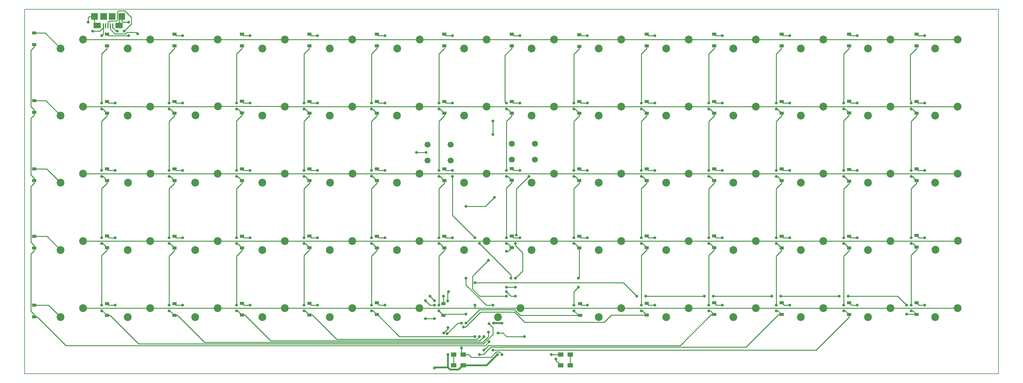
<source format=gbr>
G04 #@! TF.GenerationSoftware,KiCad,Pcbnew,5.0.0-rc2-unknown-f785d27~65~ubuntu16.04.1*
G04 #@! TF.CreationDate,2018-08-02T21:25:33-05:00*
G04 #@! TF.ProjectId,keebee,6B65656265652E6B696361645F706362,rev?*
G04 #@! TF.SameCoordinates,Original*
G04 #@! TF.FileFunction,Copper,L1,Top,Signal*
G04 #@! TF.FilePolarity,Positive*
%FSLAX46Y46*%
G04 Gerber Fmt 4.6, Leading zero omitted, Abs format (unit mm)*
G04 Created by KiCad (PCBNEW 5.0.0-rc2-unknown-f785d27~65~ubuntu16.04.1) date Thu Aug  2 21:25:33 2018*
%MOMM*%
%LPD*%
G01*
G04 APERTURE LIST*
G04 #@! TA.AperFunction,NonConductor*
%ADD10C,0.150000*%
G04 #@! TD*
G04 #@! TA.AperFunction,ComponentPad*
%ADD11C,2.200000*%
G04 #@! TD*
G04 #@! TA.AperFunction,SMDPad,CuDef*
%ADD12R,0.400000X1.350000*%
G04 #@! TD*
G04 #@! TA.AperFunction,SMDPad,CuDef*
%ADD13R,1.900000X1.900000*%
G04 #@! TD*
G04 #@! TA.AperFunction,SMDPad,CuDef*
%ADD14R,2.100000X1.600000*%
G04 #@! TD*
G04 #@! TA.AperFunction,SMDPad,CuDef*
%ADD15R,1.500000X1.300000*%
G04 #@! TD*
G04 #@! TA.AperFunction,SMDPad,CuDef*
%ADD16R,1.200000X0.900000*%
G04 #@! TD*
G04 #@! TA.AperFunction,ComponentPad*
%ADD17C,1.700000*%
G04 #@! TD*
G04 #@! TA.AperFunction,ViaPad*
%ADD18C,0.800000*%
G04 #@! TD*
G04 #@! TA.AperFunction,Conductor*
%ADD19C,0.250000*%
G04 #@! TD*
G04 #@! TA.AperFunction,Conductor*
%ADD20C,0.500000*%
G04 #@! TD*
G04 APERTURE END LIST*
D10*
X301500000Y-20500000D02*
X301500000Y-123500000D01*
X26500000Y-123500000D02*
X301500000Y-123500000D01*
X26500000Y-20500000D02*
X301500000Y-20500000D01*
X26500000Y-20500000D02*
X26500000Y-123500000D01*
D11*
G04 #@! TO.P,SW64,1*
G04 #@! TO.N,/ROW3*
X271040000Y-86000000D03*
G04 #@! TO.P,SW64,2*
G04 #@! TO.N,Net-(D65-Pad2)*
X264690000Y-88540000D03*
G04 #@! TD*
D12*
G04 #@! TO.P,J1,1*
G04 #@! TO.N,/VBUS*
X51338000Y-25182000D03*
G04 #@! TO.P,J1,2*
G04 #@! TO.N,Net-(J1-Pad2)*
X50688000Y-25182000D03*
G04 #@! TO.P,J1,3*
G04 #@! TO.N,Net-(J1-Pad3)*
X50038000Y-25182000D03*
G04 #@! TO.P,J1,4*
G04 #@! TO.N,Net-(J1-Pad4)*
X49388000Y-25182000D03*
G04 #@! TO.P,J1,5*
G04 #@! TO.N,GND*
X48738000Y-25182000D03*
D13*
G04 #@! TO.P,J1,M1*
G04 #@! TO.N,N/C*
X51238000Y-22532000D03*
G04 #@! TO.P,J1,M2*
X48838000Y-22532000D03*
G04 #@! TO.P,J1,6*
G04 #@! TO.N,Net-(J1-Pad6)*
X53888000Y-22532000D03*
D14*
X53138000Y-25082000D03*
X46938000Y-25082000D03*
D13*
X46188000Y-22532000D03*
G04 #@! TD*
D11*
G04 #@! TO.P,SW1,1*
G04 #@! TO.N,/ROW0*
X43000000Y-29000000D03*
G04 #@! TO.P,SW1,2*
G04 #@! TO.N,Net-(D2-Pad2)*
X36650000Y-31540000D03*
G04 #@! TD*
D15*
G04 #@! TO.P,D1,2*
G04 #@! TO.N,Net-(D1-Pad2)*
X147668000Y-118110000D03*
G04 #@! TO.P,D1,1*
G04 #@! TO.N,GND*
X150368000Y-118110000D03*
G04 #@! TD*
D16*
G04 #@! TO.P,D2,2*
G04 #@! TO.N,Net-(D2-Pad2)*
X29210000Y-27180000D03*
G04 #@! TO.P,D2,1*
G04 #@! TO.N,/COL0*
X29210000Y-30480000D03*
G04 #@! TD*
G04 #@! TO.P,D3,1*
G04 #@! TO.N,/COL0*
X29210000Y-49650000D03*
G04 #@! TO.P,D3,2*
G04 #@! TO.N,Net-(D3-Pad2)*
X29210000Y-46350000D03*
G04 #@! TD*
G04 #@! TO.P,D4,1*
G04 #@! TO.N,/COL0*
X29210000Y-68960000D03*
G04 #@! TO.P,D4,2*
G04 #@! TO.N,Net-(D4-Pad2)*
X29210000Y-65660000D03*
G04 #@! TD*
G04 #@! TO.P,D5,2*
G04 #@! TO.N,Net-(D5-Pad2)*
X29210000Y-84710000D03*
G04 #@! TO.P,D5,1*
G04 #@! TO.N,/COL0*
X29210000Y-88010000D03*
G04 #@! TD*
G04 #@! TO.P,D6,2*
G04 #@! TO.N,Net-(D6-Pad2)*
X29210000Y-104140000D03*
G04 #@! TO.P,D6,1*
G04 #@! TO.N,/COL0*
X29210000Y-107440000D03*
G04 #@! TD*
G04 #@! TO.P,D7,2*
G04 #@! TO.N,Net-(D7-Pad2)*
X49784000Y-27560000D03*
G04 #@! TO.P,D7,1*
G04 #@! TO.N,/COL1*
X49784000Y-30860000D03*
G04 #@! TD*
G04 #@! TO.P,D8,2*
G04 #@! TO.N,Net-(D8-Pad2)*
X49784000Y-46610000D03*
G04 #@! TO.P,D8,1*
G04 #@! TO.N,/COL1*
X49784000Y-49910000D03*
G04 #@! TD*
G04 #@! TO.P,D9,2*
G04 #@! TO.N,Net-(D9-Pad2)*
X49784000Y-65660000D03*
G04 #@! TO.P,D9,1*
G04 #@! TO.N,/COL1*
X49784000Y-68960000D03*
G04 #@! TD*
G04 #@! TO.P,D10,2*
G04 #@! TO.N,Net-(D10-Pad2)*
X49784000Y-84584000D03*
G04 #@! TO.P,D10,1*
G04 #@! TO.N,/COL1*
X49784000Y-87884000D03*
G04 #@! TD*
G04 #@! TO.P,D11,1*
G04 #@! TO.N,/COL1*
X49784000Y-107060000D03*
G04 #@! TO.P,D11,2*
G04 #@! TO.N,Net-(D11-Pad2)*
X49784000Y-103760000D03*
G04 #@! TD*
G04 #@! TO.P,D12,1*
G04 #@! TO.N,/COL2*
X68834000Y-30860000D03*
G04 #@! TO.P,D12,2*
G04 #@! TO.N,Net-(D12-Pad2)*
X68834000Y-27560000D03*
G04 #@! TD*
G04 #@! TO.P,D13,1*
G04 #@! TO.N,/COL2*
X68834000Y-49910000D03*
G04 #@! TO.P,D13,2*
G04 #@! TO.N,Net-(D13-Pad2)*
X68834000Y-46610000D03*
G04 #@! TD*
G04 #@! TO.P,D14,2*
G04 #@! TO.N,Net-(D14-Pad2)*
X68834000Y-65660000D03*
G04 #@! TO.P,D14,1*
G04 #@! TO.N,/COL2*
X68834000Y-68960000D03*
G04 #@! TD*
G04 #@! TO.P,D15,1*
G04 #@! TO.N,/COL2*
X68834000Y-88010000D03*
G04 #@! TO.P,D15,2*
G04 #@! TO.N,Net-(D15-Pad2)*
X68834000Y-84710000D03*
G04 #@! TD*
G04 #@! TO.P,D16,1*
G04 #@! TO.N,/COL2*
X68834000Y-107060000D03*
G04 #@! TO.P,D16,2*
G04 #@! TO.N,Net-(D16-Pad2)*
X68834000Y-103760000D03*
G04 #@! TD*
G04 #@! TO.P,D17,2*
G04 #@! TO.N,Net-(D17-Pad2)*
X87884000Y-27560000D03*
G04 #@! TO.P,D17,1*
G04 #@! TO.N,/COL3*
X87884000Y-30860000D03*
G04 #@! TD*
G04 #@! TO.P,D18,2*
G04 #@! TO.N,Net-(D18-Pad2)*
X87884000Y-46482000D03*
G04 #@! TO.P,D18,1*
G04 #@! TO.N,/COL3*
X87884000Y-49782000D03*
G04 #@! TD*
G04 #@! TO.P,D19,1*
G04 #@! TO.N,/COL3*
X87884000Y-68960000D03*
G04 #@! TO.P,D19,2*
G04 #@! TO.N,Net-(D19-Pad2)*
X87884000Y-65660000D03*
G04 #@! TD*
G04 #@! TO.P,D20,2*
G04 #@! TO.N,Net-(D20-Pad2)*
X87884000Y-84710000D03*
G04 #@! TO.P,D20,1*
G04 #@! TO.N,/COL3*
X87884000Y-88010000D03*
G04 #@! TD*
G04 #@! TO.P,D21,1*
G04 #@! TO.N,/COL3*
X87884000Y-106934000D03*
G04 #@! TO.P,D21,2*
G04 #@! TO.N,Net-(D21-Pad2)*
X87884000Y-103634000D03*
G04 #@! TD*
G04 #@! TO.P,D22,2*
G04 #@! TO.N,Net-(D22-Pad2)*
X106934000Y-27560000D03*
G04 #@! TO.P,D22,1*
G04 #@! TO.N,/COL4*
X106934000Y-30860000D03*
G04 #@! TD*
G04 #@! TO.P,D23,1*
G04 #@! TO.N,/COL4*
X106934000Y-49910000D03*
G04 #@! TO.P,D23,2*
G04 #@! TO.N,Net-(D23-Pad2)*
X106934000Y-46610000D03*
G04 #@! TD*
G04 #@! TO.P,D24,2*
G04 #@! TO.N,Net-(D24-Pad2)*
X106934000Y-65660000D03*
G04 #@! TO.P,D24,1*
G04 #@! TO.N,/COL4*
X106934000Y-68960000D03*
G04 #@! TD*
G04 #@! TO.P,D25,2*
G04 #@! TO.N,Net-(D25-Pad2)*
X106934000Y-84582000D03*
G04 #@! TO.P,D25,1*
G04 #@! TO.N,/COL4*
X106934000Y-87882000D03*
G04 #@! TD*
G04 #@! TO.P,D26,1*
G04 #@! TO.N,/COL4*
X106934000Y-106932000D03*
G04 #@! TO.P,D26,2*
G04 #@! TO.N,Net-(D26-Pad2)*
X106934000Y-103632000D03*
G04 #@! TD*
G04 #@! TO.P,D27,1*
G04 #@! TO.N,/COL5*
X125984000Y-30860000D03*
G04 #@! TO.P,D27,2*
G04 #@! TO.N,Net-(D27-Pad2)*
X125984000Y-27560000D03*
G04 #@! TD*
G04 #@! TO.P,D28,2*
G04 #@! TO.N,Net-(D28-Pad2)*
X125984000Y-46610000D03*
G04 #@! TO.P,D28,1*
G04 #@! TO.N,/COL5*
X125984000Y-49910000D03*
G04 #@! TD*
G04 #@! TO.P,D29,2*
G04 #@! TO.N,Net-(D29-Pad2)*
X125984000Y-65660000D03*
G04 #@! TO.P,D29,1*
G04 #@! TO.N,/COL5*
X125984000Y-68960000D03*
G04 #@! TD*
G04 #@! TO.P,D30,1*
G04 #@! TO.N,/COL5*
X125984000Y-88010000D03*
G04 #@! TO.P,D30,2*
G04 #@! TO.N,Net-(D30-Pad2)*
X125984000Y-84710000D03*
G04 #@! TD*
G04 #@! TO.P,D31,1*
G04 #@! TO.N,/COL5*
X125984000Y-106806000D03*
G04 #@! TO.P,D31,2*
G04 #@! TO.N,Net-(D31-Pad2)*
X125984000Y-103506000D03*
G04 #@! TD*
G04 #@! TO.P,D32,1*
G04 #@! TO.N,/COL6*
X145034000Y-30860000D03*
G04 #@! TO.P,D32,2*
G04 #@! TO.N,Net-(D32-Pad2)*
X145034000Y-27560000D03*
G04 #@! TD*
G04 #@! TO.P,D33,1*
G04 #@! TO.N,/COL6*
X145034000Y-49910000D03*
G04 #@! TO.P,D33,2*
G04 #@! TO.N,Net-(D33-Pad2)*
X145034000Y-46610000D03*
G04 #@! TD*
G04 #@! TO.P,D34,1*
G04 #@! TO.N,/COL6*
X145034000Y-68960000D03*
G04 #@! TO.P,D34,2*
G04 #@! TO.N,Net-(D34-Pad2)*
X145034000Y-65660000D03*
G04 #@! TD*
G04 #@! TO.P,D35,2*
G04 #@! TO.N,Net-(D35-Pad2)*
X145034000Y-84710000D03*
G04 #@! TO.P,D35,1*
G04 #@! TO.N,/COL6*
X145034000Y-88010000D03*
G04 #@! TD*
G04 #@! TO.P,D36,2*
G04 #@! TO.N,Net-(D36-Pad2)*
X144780000Y-103760000D03*
G04 #@! TO.P,D36,1*
G04 #@! TO.N,/COL6*
X144780000Y-107060000D03*
G04 #@! TD*
G04 #@! TO.P,D37,1*
G04 #@! TO.N,/COL7*
X164084000Y-30860000D03*
G04 #@! TO.P,D37,2*
G04 #@! TO.N,Net-(D37-Pad2)*
X164084000Y-27560000D03*
G04 #@! TD*
G04 #@! TO.P,D38,2*
G04 #@! TO.N,Net-(D38-Pad2)*
X164084000Y-46610000D03*
G04 #@! TO.P,D38,1*
G04 #@! TO.N,/COL7*
X164084000Y-49910000D03*
G04 #@! TD*
G04 #@! TO.P,D39,1*
G04 #@! TO.N,/COL7*
X164084000Y-68832000D03*
G04 #@! TO.P,D39,2*
G04 #@! TO.N,Net-(D39-Pad2)*
X164084000Y-65532000D03*
G04 #@! TD*
G04 #@! TO.P,D40,1*
G04 #@! TO.N,/COL7*
X164084000Y-87882000D03*
G04 #@! TO.P,D40,2*
G04 #@! TO.N,Net-(D40-Pad2)*
X164084000Y-84582000D03*
G04 #@! TD*
D15*
G04 #@! TO.P,D41,1*
G04 #@! TO.N,GND*
X177894000Y-118110000D03*
G04 #@! TO.P,D41,2*
G04 #@! TO.N,Net-(D41-Pad2)*
X180594000Y-118110000D03*
G04 #@! TD*
D16*
G04 #@! TO.P,D42,1*
G04 #@! TO.N,/COL8*
X183134000Y-30986000D03*
G04 #@! TO.P,D42,2*
G04 #@! TO.N,Net-(D42-Pad2)*
X183134000Y-27686000D03*
G04 #@! TD*
G04 #@! TO.P,D43,2*
G04 #@! TO.N,Net-(D43-Pad2)*
X183134000Y-46610000D03*
G04 #@! TO.P,D43,1*
G04 #@! TO.N,/COL8*
X183134000Y-49910000D03*
G04 #@! TD*
G04 #@! TO.P,D44,2*
G04 #@! TO.N,Net-(D44-Pad2)*
X183134000Y-65660000D03*
G04 #@! TO.P,D44,1*
G04 #@! TO.N,/COL8*
X183134000Y-68960000D03*
G04 #@! TD*
G04 #@! TO.P,D45,1*
G04 #@! TO.N,/COL8*
X183134000Y-88010000D03*
G04 #@! TO.P,D45,2*
G04 #@! TO.N,Net-(D45-Pad2)*
X183134000Y-84710000D03*
G04 #@! TD*
G04 #@! TO.P,D46,1*
G04 #@! TO.N,/COL8*
X183388000Y-107060000D03*
G04 #@! TO.P,D46,2*
G04 #@! TO.N,Net-(D46-Pad2)*
X183388000Y-103760000D03*
G04 #@! TD*
G04 #@! TO.P,D47,2*
G04 #@! TO.N,Net-(D47-Pad2)*
X202184000Y-27560000D03*
G04 #@! TO.P,D47,1*
G04 #@! TO.N,/COL9*
X202184000Y-30860000D03*
G04 #@! TD*
G04 #@! TO.P,D48,2*
G04 #@! TO.N,Net-(D48-Pad2)*
X202184000Y-46610000D03*
G04 #@! TO.P,D48,1*
G04 #@! TO.N,/COL9*
X202184000Y-49910000D03*
G04 #@! TD*
G04 #@! TO.P,D49,2*
G04 #@! TO.N,Net-(D49-Pad2)*
X202184000Y-65660000D03*
G04 #@! TO.P,D49,1*
G04 #@! TO.N,/COL9*
X202184000Y-68960000D03*
G04 #@! TD*
G04 #@! TO.P,D50,1*
G04 #@! TO.N,/COL9*
X202184000Y-87882000D03*
G04 #@! TO.P,D50,2*
G04 #@! TO.N,Net-(D50-Pad2)*
X202184000Y-84582000D03*
G04 #@! TD*
G04 #@! TO.P,D51,2*
G04 #@! TO.N,Net-(D51-Pad2)*
X202184000Y-103632000D03*
G04 #@! TO.P,D51,1*
G04 #@! TO.N,/COL9*
X202184000Y-106932000D03*
G04 #@! TD*
G04 #@! TO.P,D52,2*
G04 #@! TO.N,Net-(D52-Pad2)*
X221234000Y-27560000D03*
G04 #@! TO.P,D52,1*
G04 #@! TO.N,/COL10*
X221234000Y-30860000D03*
G04 #@! TD*
G04 #@! TO.P,D53,1*
G04 #@! TO.N,/COL10*
X221234000Y-49910000D03*
G04 #@! TO.P,D53,2*
G04 #@! TO.N,Net-(D53-Pad2)*
X221234000Y-46610000D03*
G04 #@! TD*
G04 #@! TO.P,D54,1*
G04 #@! TO.N,/COL10*
X221234000Y-68960000D03*
G04 #@! TO.P,D54,2*
G04 #@! TO.N,Net-(D54-Pad2)*
X221234000Y-65660000D03*
G04 #@! TD*
G04 #@! TO.P,D55,1*
G04 #@! TO.N,/COL10*
X221234000Y-87882000D03*
G04 #@! TO.P,D55,2*
G04 #@! TO.N,Net-(D55-Pad2)*
X221234000Y-84582000D03*
G04 #@! TD*
G04 #@! TO.P,D56,1*
G04 #@! TO.N,/COL10*
X221234000Y-106806000D03*
G04 #@! TO.P,D56,2*
G04 #@! TO.N,Net-(D56-Pad2)*
X221234000Y-103506000D03*
G04 #@! TD*
G04 #@! TO.P,D57,1*
G04 #@! TO.N,/COL11*
X240284000Y-30860000D03*
G04 #@! TO.P,D57,2*
G04 #@! TO.N,Net-(D57-Pad2)*
X240284000Y-27560000D03*
G04 #@! TD*
G04 #@! TO.P,D58,2*
G04 #@! TO.N,Net-(D58-Pad2)*
X240284000Y-46610000D03*
G04 #@! TO.P,D58,1*
G04 #@! TO.N,/COL11*
X240284000Y-49910000D03*
G04 #@! TD*
G04 #@! TO.P,D59,2*
G04 #@! TO.N,Net-(D59-Pad2)*
X240284000Y-65660000D03*
G04 #@! TO.P,D59,1*
G04 #@! TO.N,/COL11*
X240284000Y-68960000D03*
G04 #@! TD*
G04 #@! TO.P,D60,1*
G04 #@! TO.N,/COL11*
X240284000Y-88010000D03*
G04 #@! TO.P,D60,2*
G04 #@! TO.N,Net-(D60-Pad2)*
X240284000Y-84710000D03*
G04 #@! TD*
G04 #@! TO.P,D61,2*
G04 #@! TO.N,Net-(D61-Pad2)*
X240284000Y-103506000D03*
G04 #@! TO.P,D61,1*
G04 #@! TO.N,/COL11*
X240284000Y-106806000D03*
G04 #@! TD*
G04 #@! TO.P,D62,2*
G04 #@! TO.N,Net-(D62-Pad2)*
X259334000Y-27560000D03*
G04 #@! TO.P,D62,1*
G04 #@! TO.N,/COL12*
X259334000Y-30860000D03*
G04 #@! TD*
G04 #@! TO.P,D63,2*
G04 #@! TO.N,Net-(D63-Pad2)*
X259334000Y-46482000D03*
G04 #@! TO.P,D63,1*
G04 #@! TO.N,/COL12*
X259334000Y-49782000D03*
G04 #@! TD*
G04 #@! TO.P,D64,1*
G04 #@! TO.N,/COL12*
X259334000Y-69086000D03*
G04 #@! TO.P,D64,2*
G04 #@! TO.N,Net-(D64-Pad2)*
X259334000Y-65786000D03*
G04 #@! TD*
G04 #@! TO.P,D65,2*
G04 #@! TO.N,Net-(D65-Pad2)*
X259334000Y-84710000D03*
G04 #@! TO.P,D65,1*
G04 #@! TO.N,/COL12*
X259334000Y-88010000D03*
G04 #@! TD*
G04 #@! TO.P,D66,1*
G04 #@! TO.N,/COL12*
X259334000Y-106806000D03*
G04 #@! TO.P,D66,2*
G04 #@! TO.N,Net-(D66-Pad2)*
X259334000Y-103506000D03*
G04 #@! TD*
G04 #@! TO.P,D67,2*
G04 #@! TO.N,Net-(D67-Pad2)*
X278384000Y-27560000D03*
G04 #@! TO.P,D67,1*
G04 #@! TO.N,/COL13*
X278384000Y-30860000D03*
G04 #@! TD*
G04 #@! TO.P,D68,1*
G04 #@! TO.N,/COL13*
X278384000Y-49910000D03*
G04 #@! TO.P,D68,2*
G04 #@! TO.N,Net-(D68-Pad2)*
X278384000Y-46610000D03*
G04 #@! TD*
G04 #@! TO.P,D69,1*
G04 #@! TO.N,/COL13*
X278384000Y-68960000D03*
G04 #@! TO.P,D69,2*
G04 #@! TO.N,Net-(D69-Pad2)*
X278384000Y-65660000D03*
G04 #@! TD*
G04 #@! TO.P,D70,1*
G04 #@! TO.N,/COL13*
X278384000Y-87756000D03*
G04 #@! TO.P,D70,2*
G04 #@! TO.N,Net-(D70-Pad2)*
X278384000Y-84456000D03*
G04 #@! TD*
G04 #@! TO.P,D71,2*
G04 #@! TO.N,Net-(D71-Pad2)*
X278384000Y-103506000D03*
G04 #@! TO.P,D71,1*
G04 #@! TO.N,/COL13*
X278384000Y-106806000D03*
G04 #@! TD*
D15*
G04 #@! TO.P,R1,1*
G04 #@! TO.N,Net-(R1-Pad1)*
X177894000Y-121158000D03*
G04 #@! TO.P,R1,2*
G04 #@! TO.N,Net-(D41-Pad2)*
X180594000Y-121158000D03*
G04 #@! TD*
G04 #@! TO.P,R2,2*
G04 #@! TO.N,Net-(D1-Pad2)*
X147668000Y-121158000D03*
G04 #@! TO.P,R2,1*
G04 #@! TO.N,+3V3*
X150368000Y-121158000D03*
G04 #@! TD*
D11*
G04 #@! TO.P,SW2,2*
G04 #@! TO.N,Net-(D3-Pad2)*
X36650000Y-50540000D03*
G04 #@! TO.P,SW2,1*
G04 #@! TO.N,/ROW1*
X43000000Y-48000000D03*
G04 #@! TD*
G04 #@! TO.P,SW3,1*
G04 #@! TO.N,/ROW2*
X43000000Y-67000000D03*
G04 #@! TO.P,SW3,2*
G04 #@! TO.N,Net-(D4-Pad2)*
X36650000Y-69540000D03*
G04 #@! TD*
G04 #@! TO.P,SW4,2*
G04 #@! TO.N,Net-(D5-Pad2)*
X36650000Y-88540000D03*
G04 #@! TO.P,SW4,1*
G04 #@! TO.N,/ROW3*
X43000000Y-86000000D03*
G04 #@! TD*
G04 #@! TO.P,SW5,1*
G04 #@! TO.N,/ROW4*
X43000000Y-105000000D03*
G04 #@! TO.P,SW5,2*
G04 #@! TO.N,Net-(D6-Pad2)*
X36650000Y-107540000D03*
G04 #@! TD*
G04 #@! TO.P,SW6,2*
G04 #@! TO.N,Net-(D7-Pad2)*
X55650000Y-31540000D03*
G04 #@! TO.P,SW6,1*
G04 #@! TO.N,/ROW0*
X62000000Y-29000000D03*
G04 #@! TD*
G04 #@! TO.P,SW7,1*
G04 #@! TO.N,/ROW1*
X62000000Y-48000000D03*
G04 #@! TO.P,SW7,2*
G04 #@! TO.N,Net-(D8-Pad2)*
X55650000Y-50540000D03*
G04 #@! TD*
G04 #@! TO.P,SW8,2*
G04 #@! TO.N,Net-(D9-Pad2)*
X55690000Y-69540000D03*
G04 #@! TO.P,SW8,1*
G04 #@! TO.N,/ROW2*
X62040000Y-67000000D03*
G04 #@! TD*
G04 #@! TO.P,SW9,1*
G04 #@! TO.N,/ROW3*
X62000000Y-86000000D03*
G04 #@! TO.P,SW9,2*
G04 #@! TO.N,Net-(D10-Pad2)*
X55650000Y-88540000D03*
G04 #@! TD*
G04 #@! TO.P,SW10,2*
G04 #@! TO.N,Net-(D11-Pad2)*
X55650000Y-107540000D03*
G04 #@! TO.P,SW10,1*
G04 #@! TO.N,/ROW4*
X62000000Y-105000000D03*
G04 #@! TD*
G04 #@! TO.P,SW11,1*
G04 #@! TO.N,/ROW0*
X81000000Y-29000000D03*
G04 #@! TO.P,SW11,2*
G04 #@! TO.N,Net-(D12-Pad2)*
X74650000Y-31540000D03*
G04 #@! TD*
G04 #@! TO.P,SW12,2*
G04 #@! TO.N,Net-(D13-Pad2)*
X74750000Y-50500000D03*
G04 #@! TO.P,SW12,1*
G04 #@! TO.N,/ROW1*
X81100000Y-47960000D03*
G04 #@! TD*
G04 #@! TO.P,SW13,1*
G04 #@! TO.N,/ROW2*
X81040000Y-67000000D03*
G04 #@! TO.P,SW13,2*
G04 #@! TO.N,Net-(D14-Pad2)*
X74690000Y-69540000D03*
G04 #@! TD*
G04 #@! TO.P,SW14,2*
G04 #@! TO.N,Net-(D15-Pad2)*
X74650000Y-88540000D03*
G04 #@! TO.P,SW14,1*
G04 #@! TO.N,/ROW3*
X81000000Y-86000000D03*
G04 #@! TD*
G04 #@! TO.P,SW15,1*
G04 #@! TO.N,/ROW4*
X81000000Y-105000000D03*
G04 #@! TO.P,SW15,2*
G04 #@! TO.N,Net-(D16-Pad2)*
X74650000Y-107540000D03*
G04 #@! TD*
G04 #@! TO.P,SW16,2*
G04 #@! TO.N,Net-(D17-Pad2)*
X93650000Y-31540000D03*
G04 #@! TO.P,SW16,1*
G04 #@! TO.N,/ROW0*
X100000000Y-29000000D03*
G04 #@! TD*
G04 #@! TO.P,SW17,1*
G04 #@! TO.N,/ROW1*
X100000000Y-48000000D03*
G04 #@! TO.P,SW17,2*
G04 #@! TO.N,Net-(D18-Pad2)*
X93650000Y-50540000D03*
G04 #@! TD*
G04 #@! TO.P,SW18,2*
G04 #@! TO.N,Net-(D19-Pad2)*
X93650000Y-69540000D03*
G04 #@! TO.P,SW18,1*
G04 #@! TO.N,/ROW2*
X100000000Y-67000000D03*
G04 #@! TD*
G04 #@! TO.P,SW19,1*
G04 #@! TO.N,/ROW3*
X100000000Y-86000000D03*
G04 #@! TO.P,SW19,2*
G04 #@! TO.N,Net-(D20-Pad2)*
X93650000Y-88540000D03*
G04 #@! TD*
G04 #@! TO.P,SW20,2*
G04 #@! TO.N,Net-(D21-Pad2)*
X93650000Y-107540000D03*
G04 #@! TO.P,SW20,1*
G04 #@! TO.N,/ROW4*
X100000000Y-105000000D03*
G04 #@! TD*
G04 #@! TO.P,SW21,1*
G04 #@! TO.N,/ROW0*
X119000000Y-29000000D03*
G04 #@! TO.P,SW21,2*
G04 #@! TO.N,Net-(D22-Pad2)*
X112650000Y-31540000D03*
G04 #@! TD*
G04 #@! TO.P,SW22,2*
G04 #@! TO.N,Net-(D23-Pad2)*
X112650000Y-50540000D03*
G04 #@! TO.P,SW22,1*
G04 #@! TO.N,/ROW1*
X119000000Y-48000000D03*
G04 #@! TD*
G04 #@! TO.P,SW23,1*
G04 #@! TO.N,/ROW2*
X119100000Y-66960000D03*
G04 #@! TO.P,SW23,2*
G04 #@! TO.N,Net-(D24-Pad2)*
X112750000Y-69500000D03*
G04 #@! TD*
G04 #@! TO.P,SW24,2*
G04 #@! TO.N,Net-(D25-Pad2)*
X112650000Y-88540000D03*
G04 #@! TO.P,SW24,1*
G04 #@! TO.N,/ROW3*
X119000000Y-86000000D03*
G04 #@! TD*
G04 #@! TO.P,SW25,1*
G04 #@! TO.N,/ROW4*
X119000000Y-105000000D03*
G04 #@! TO.P,SW25,2*
G04 #@! TO.N,Net-(D26-Pad2)*
X112650000Y-107540000D03*
G04 #@! TD*
G04 #@! TO.P,SW26,1*
G04 #@! TO.N,/ROW0*
X138100000Y-29000000D03*
G04 #@! TO.P,SW26,2*
G04 #@! TO.N,Net-(D27-Pad2)*
X131750000Y-31540000D03*
G04 #@! TD*
G04 #@! TO.P,SW27,2*
G04 #@! TO.N,Net-(D28-Pad2)*
X131650000Y-50540000D03*
G04 #@! TO.P,SW27,1*
G04 #@! TO.N,/ROW1*
X138000000Y-48000000D03*
G04 #@! TD*
G04 #@! TO.P,SW28,1*
G04 #@! TO.N,/ROW2*
X138000000Y-67000000D03*
G04 #@! TO.P,SW28,2*
G04 #@! TO.N,Net-(D29-Pad2)*
X131650000Y-69540000D03*
G04 #@! TD*
G04 #@! TO.P,SW29,1*
G04 #@! TO.N,/ROW3*
X138000000Y-86000000D03*
G04 #@! TO.P,SW29,2*
G04 #@! TO.N,Net-(D30-Pad2)*
X131650000Y-88540000D03*
G04 #@! TD*
G04 #@! TO.P,SW30,2*
G04 #@! TO.N,Net-(D31-Pad2)*
X131650000Y-107540000D03*
G04 #@! TO.P,SW30,1*
G04 #@! TO.N,/ROW4*
X138000000Y-105000000D03*
G04 #@! TD*
G04 #@! TO.P,SW31,2*
G04 #@! TO.N,Net-(D32-Pad2)*
X150650000Y-31540000D03*
G04 #@! TO.P,SW31,1*
G04 #@! TO.N,/ROW0*
X157000000Y-29000000D03*
G04 #@! TD*
G04 #@! TO.P,SW32,1*
G04 #@! TO.N,/ROW1*
X157000000Y-48000000D03*
G04 #@! TO.P,SW32,2*
G04 #@! TO.N,Net-(D33-Pad2)*
X150650000Y-50540000D03*
G04 #@! TD*
G04 #@! TO.P,SW33,2*
G04 #@! TO.N,Net-(D34-Pad2)*
X150650000Y-69540000D03*
G04 #@! TO.P,SW33,1*
G04 #@! TO.N,/ROW2*
X157000000Y-67000000D03*
G04 #@! TD*
G04 #@! TO.P,SW34,2*
G04 #@! TO.N,Net-(D35-Pad2)*
X150650000Y-88540000D03*
G04 #@! TO.P,SW34,1*
G04 #@! TO.N,/ROW3*
X157000000Y-86000000D03*
G04 #@! TD*
G04 #@! TO.P,SW35,2*
G04 #@! TO.N,Net-(D36-Pad2)*
X160150000Y-107540000D03*
G04 #@! TO.P,SW35,1*
G04 #@! TO.N,/ROW4*
X166500000Y-105000000D03*
G04 #@! TD*
G04 #@! TO.P,SW36,2*
G04 #@! TO.N,Net-(D37-Pad2)*
X169650000Y-31540000D03*
G04 #@! TO.P,SW36,1*
G04 #@! TO.N,/ROW0*
X176000000Y-29000000D03*
G04 #@! TD*
G04 #@! TO.P,SW37,1*
G04 #@! TO.N,/ROW1*
X176000000Y-48000000D03*
G04 #@! TO.P,SW37,2*
G04 #@! TO.N,Net-(D38-Pad2)*
X169650000Y-50540000D03*
G04 #@! TD*
G04 #@! TO.P,SW38,2*
G04 #@! TO.N,Net-(D39-Pad2)*
X169650000Y-69540000D03*
G04 #@! TO.P,SW38,1*
G04 #@! TO.N,/ROW2*
X176000000Y-67000000D03*
G04 #@! TD*
G04 #@! TO.P,SW39,1*
G04 #@! TO.N,/ROW3*
X176000000Y-86000000D03*
G04 #@! TO.P,SW39,2*
G04 #@! TO.N,Net-(D40-Pad2)*
X169650000Y-88540000D03*
G04 #@! TD*
D17*
G04 #@! TO.P,SW_RST,4*
G04 #@! TO.N,N/C*
X146812000Y-58746000D03*
G04 #@! TO.P,SW_RST,3*
X140312000Y-58746000D03*
G04 #@! TO.P,SW_RST,2*
G04 #@! TO.N,Net-(SW40-Pad2)*
X146812000Y-63246000D03*
G04 #@! TO.P,SW_RST,1*
G04 #@! TO.N,GND*
X140312000Y-63246000D03*
G04 #@! TD*
D11*
G04 #@! TO.P,SW41,2*
G04 #@! TO.N,Net-(D42-Pad2)*
X188650000Y-31540000D03*
G04 #@! TO.P,SW41,1*
G04 #@! TO.N,/ROW0*
X195000000Y-29000000D03*
G04 #@! TD*
G04 #@! TO.P,SW42,1*
G04 #@! TO.N,/ROW1*
X195000000Y-48000000D03*
G04 #@! TO.P,SW42,2*
G04 #@! TO.N,Net-(D43-Pad2)*
X188650000Y-50540000D03*
G04 #@! TD*
G04 #@! TO.P,SW43,2*
G04 #@! TO.N,Net-(D44-Pad2)*
X188650000Y-69540000D03*
G04 #@! TO.P,SW43,1*
G04 #@! TO.N,/ROW2*
X195000000Y-67000000D03*
G04 #@! TD*
G04 #@! TO.P,SW44,1*
G04 #@! TO.N,/ROW3*
X195000000Y-86000000D03*
G04 #@! TO.P,SW44,2*
G04 #@! TO.N,Net-(D45-Pad2)*
X188650000Y-88540000D03*
G04 #@! TD*
G04 #@! TO.P,SW45,2*
G04 #@! TO.N,Net-(D46-Pad2)*
X188650000Y-107540000D03*
G04 #@! TO.P,SW45,1*
G04 #@! TO.N,/ROW4*
X195000000Y-105000000D03*
G04 #@! TD*
G04 #@! TO.P,SW46,1*
G04 #@! TO.N,/ROW0*
X214000000Y-29000000D03*
G04 #@! TO.P,SW46,2*
G04 #@! TO.N,Net-(D47-Pad2)*
X207650000Y-31540000D03*
G04 #@! TD*
G04 #@! TO.P,SW47,1*
G04 #@! TO.N,/ROW1*
X214000000Y-48000000D03*
G04 #@! TO.P,SW47,2*
G04 #@! TO.N,Net-(D48-Pad2)*
X207650000Y-50540000D03*
G04 #@! TD*
G04 #@! TO.P,SW48,1*
G04 #@! TO.N,/ROW2*
X214000000Y-67000000D03*
G04 #@! TO.P,SW48,2*
G04 #@! TO.N,Net-(D49-Pad2)*
X207650000Y-69540000D03*
G04 #@! TD*
G04 #@! TO.P,SW49,2*
G04 #@! TO.N,Net-(D50-Pad2)*
X207650000Y-88540000D03*
G04 #@! TO.P,SW49,1*
G04 #@! TO.N,/ROW3*
X214000000Y-86000000D03*
G04 #@! TD*
G04 #@! TO.P,SW50,2*
G04 #@! TO.N,Net-(D51-Pad2)*
X207650000Y-107540000D03*
G04 #@! TO.P,SW50,1*
G04 #@! TO.N,/ROW4*
X214000000Y-105000000D03*
G04 #@! TD*
G04 #@! TO.P,SW51,2*
G04 #@! TO.N,Net-(D52-Pad2)*
X226650000Y-31540000D03*
G04 #@! TO.P,SW51,1*
G04 #@! TO.N,/ROW0*
X233000000Y-29000000D03*
G04 #@! TD*
G04 #@! TO.P,SW52,1*
G04 #@! TO.N,/ROW1*
X233000000Y-48000000D03*
G04 #@! TO.P,SW52,2*
G04 #@! TO.N,Net-(D53-Pad2)*
X226650000Y-50540000D03*
G04 #@! TD*
G04 #@! TO.P,SW53,1*
G04 #@! TO.N,/ROW2*
X233000000Y-67000000D03*
G04 #@! TO.P,SW53,2*
G04 #@! TO.N,Net-(D54-Pad2)*
X226650000Y-69540000D03*
G04 #@! TD*
G04 #@! TO.P,SW54,1*
G04 #@! TO.N,/ROW3*
X233000000Y-86000000D03*
G04 #@! TO.P,SW54,2*
G04 #@! TO.N,Net-(D55-Pad2)*
X226650000Y-88540000D03*
G04 #@! TD*
G04 #@! TO.P,SW55,1*
G04 #@! TO.N,/ROW4*
X233000000Y-105000000D03*
G04 #@! TO.P,SW55,2*
G04 #@! TO.N,Net-(D56-Pad2)*
X226650000Y-107540000D03*
G04 #@! TD*
G04 #@! TO.P,SW56,1*
G04 #@! TO.N,/ROW0*
X252000000Y-29000000D03*
G04 #@! TO.P,SW56,2*
G04 #@! TO.N,Net-(D57-Pad2)*
X245650000Y-31540000D03*
G04 #@! TD*
G04 #@! TO.P,SW57,1*
G04 #@! TO.N,/ROW1*
X252000000Y-48000000D03*
G04 #@! TO.P,SW57,2*
G04 #@! TO.N,Net-(D58-Pad2)*
X245650000Y-50540000D03*
G04 #@! TD*
G04 #@! TO.P,SW58,2*
G04 #@! TO.N,Net-(D59-Pad2)*
X245650000Y-69540000D03*
G04 #@! TO.P,SW58,1*
G04 #@! TO.N,/ROW2*
X252000000Y-67000000D03*
G04 #@! TD*
G04 #@! TO.P,SW59,2*
G04 #@! TO.N,Net-(D60-Pad2)*
X245650000Y-88540000D03*
G04 #@! TO.P,SW59,1*
G04 #@! TO.N,/ROW3*
X252000000Y-86000000D03*
G04 #@! TD*
G04 #@! TO.P,SW60,2*
G04 #@! TO.N,Net-(D61-Pad2)*
X245650000Y-107540000D03*
G04 #@! TO.P,SW60,1*
G04 #@! TO.N,/ROW4*
X252000000Y-105000000D03*
G04 #@! TD*
G04 #@! TO.P,SW61,1*
G04 #@! TO.N,/ROW0*
X271000000Y-29000000D03*
G04 #@! TO.P,SW61,2*
G04 #@! TO.N,Net-(D62-Pad2)*
X264650000Y-31540000D03*
G04 #@! TD*
G04 #@! TO.P,SW62,2*
G04 #@! TO.N,Net-(D63-Pad2)*
X264650000Y-50540000D03*
G04 #@! TO.P,SW62,1*
G04 #@! TO.N,/ROW1*
X271000000Y-48000000D03*
G04 #@! TD*
G04 #@! TO.P,SW63,2*
G04 #@! TO.N,Net-(D64-Pad2)*
X264650000Y-69540000D03*
G04 #@! TO.P,SW63,1*
G04 #@! TO.N,/ROW2*
X271000000Y-67000000D03*
G04 #@! TD*
G04 #@! TO.P,SW65,2*
G04 #@! TO.N,Net-(D66-Pad2)*
X264650000Y-107540000D03*
G04 #@! TO.P,SW65,1*
G04 #@! TO.N,/ROW4*
X271000000Y-105000000D03*
G04 #@! TD*
G04 #@! TO.P,SW66,1*
G04 #@! TO.N,/ROW0*
X290000000Y-29000000D03*
G04 #@! TO.P,SW66,2*
G04 #@! TO.N,Net-(D67-Pad2)*
X283650000Y-31540000D03*
G04 #@! TD*
G04 #@! TO.P,SW67,2*
G04 #@! TO.N,Net-(D68-Pad2)*
X283650000Y-50540000D03*
G04 #@! TO.P,SW67,1*
G04 #@! TO.N,/ROW1*
X290000000Y-48000000D03*
G04 #@! TD*
G04 #@! TO.P,SW68,2*
G04 #@! TO.N,Net-(D69-Pad2)*
X283650000Y-69540000D03*
G04 #@! TO.P,SW68,1*
G04 #@! TO.N,/ROW2*
X290000000Y-67000000D03*
G04 #@! TD*
G04 #@! TO.P,SW69,2*
G04 #@! TO.N,Net-(D70-Pad2)*
X283690000Y-88460000D03*
G04 #@! TO.P,SW69,1*
G04 #@! TO.N,/ROW3*
X290040000Y-85920000D03*
G04 #@! TD*
G04 #@! TO.P,SW70,1*
G04 #@! TO.N,/ROW4*
X290000000Y-105000000D03*
G04 #@! TO.P,SW70,2*
G04 #@! TO.N,Net-(D71-Pad2)*
X283650000Y-107540000D03*
G04 #@! TD*
D17*
G04 #@! TO.P,SW_BOOT0,1*
G04 #@! TO.N,+3V3*
X164084000Y-62992000D03*
G04 #@! TO.P,SW_BOOT0,2*
G04 #@! TO.N,Net-(R1-Pad1)*
X170584000Y-62992000D03*
G04 #@! TO.P,SW_BOOT0,3*
G04 #@! TO.N,N/C*
X164084000Y-58492000D03*
G04 #@! TO.P,SW_BOOT0,4*
X170584000Y-58492000D03*
G04 #@! TD*
D18*
G04 #@! TO.N,GND*
X160194032Y-112047089D03*
X175260000Y-118110000D03*
X162560000Y-100330000D03*
X165100000Y-101600000D03*
X48260000Y-27940000D03*
X149860000Y-109220000D03*
X145825910Y-112217172D03*
X167640000Y-113030000D03*
X139861999Y-60960000D03*
X137160000Y-60960000D03*
X161290000Y-118110000D03*
X149860000Y-116280040D03*
X45720000Y-26670000D03*
X158750000Y-55880000D03*
X158750000Y-52070000D03*
G04 #@! TO.N,+3V3*
X146050000Y-110490000D03*
X144842643Y-112034990D03*
X146050000Y-118110000D03*
X142240000Y-121920000D03*
X160020000Y-118110000D03*
X161290000Y-109220000D03*
X158878000Y-109220000D03*
G04 #@! TO.N,/COL0*
X157675858Y-114495858D03*
G04 #@! TO.N,/COL1*
X48260000Y-46990000D03*
X48260000Y-48725000D03*
X48260000Y-66040000D03*
X48260000Y-67725000D03*
X48260000Y-85090000D03*
X48260000Y-86725000D03*
X157632473Y-109404294D03*
X48260000Y-104140000D03*
X48260000Y-105725000D03*
G04 #@! TO.N,Net-(D7-Pad2)*
X55880000Y-27940000D03*
G04 #@! TO.N,Net-(D8-Pad2)*
X52070000Y-46990000D03*
G04 #@! TO.N,Net-(D9-Pad2)*
X52070000Y-66040000D03*
G04 #@! TO.N,Net-(D10-Pad2)*
X52070000Y-85090000D03*
G04 #@! TO.N,Net-(D11-Pad2)*
X52070000Y-104140000D03*
G04 #@! TO.N,/COL2*
X67310000Y-46990000D03*
X67310000Y-48725000D03*
X67310000Y-66040000D03*
X67310000Y-67725000D03*
X67310000Y-85090000D03*
X67310000Y-86725000D03*
X67310000Y-104140000D03*
X67310000Y-105725000D03*
X157480000Y-111760000D03*
G04 #@! TO.N,Net-(D12-Pad2)*
X71120000Y-27940000D03*
G04 #@! TO.N,Net-(D13-Pad2)*
X71120000Y-46990000D03*
G04 #@! TO.N,Net-(D14-Pad2)*
X71120000Y-66040000D03*
G04 #@! TO.N,Net-(D15-Pad2)*
X71120000Y-85090000D03*
G04 #@! TO.N,Net-(D16-Pad2)*
X71120000Y-104140000D03*
G04 #@! TO.N,/COL3*
X86360000Y-46990000D03*
X86360000Y-48685000D03*
X86360000Y-66040000D03*
X86360000Y-67725000D03*
X86360000Y-85090000D03*
X86360000Y-86725000D03*
X86360000Y-104140000D03*
X86360000Y-105725000D03*
X156210000Y-113030000D03*
G04 #@! TO.N,Net-(D17-Pad2)*
X90170000Y-27940000D03*
G04 #@! TO.N,Net-(D18-Pad2)*
X90170000Y-46990000D03*
G04 #@! TO.N,Net-(D19-Pad2)*
X90170000Y-66040000D03*
G04 #@! TO.N,Net-(D20-Pad2)*
X90170000Y-85090000D03*
G04 #@! TO.N,Net-(D21-Pad2)*
X90170000Y-104140000D03*
G04 #@! TO.N,Net-(D22-Pad2)*
X109220000Y-27940000D03*
G04 #@! TO.N,/COL4*
X105410000Y-46990000D03*
X105410000Y-48725000D03*
X105410000Y-66040000D03*
X105410000Y-67725000D03*
X105410000Y-85090000D03*
X105410000Y-86725000D03*
X154940000Y-113030000D03*
X105410000Y-104140000D03*
X105410000Y-105725000D03*
G04 #@! TO.N,Net-(D23-Pad2)*
X109220000Y-46990000D03*
G04 #@! TO.N,Net-(D24-Pad2)*
X109220000Y-66040000D03*
G04 #@! TO.N,Net-(D25-Pad2)*
X109220000Y-85090000D03*
G04 #@! TO.N,Net-(D26-Pad2)*
X109220000Y-104140000D03*
G04 #@! TO.N,/COL5*
X124460000Y-46990000D03*
X124460000Y-48725000D03*
X124460000Y-66040000D03*
X124460000Y-67685000D03*
X124460000Y-85090000D03*
X124460000Y-86725000D03*
X124460000Y-104140000D03*
X124460000Y-105725000D03*
X153670000Y-113030000D03*
G04 #@! TO.N,Net-(D27-Pad2)*
X128270000Y-27940000D03*
G04 #@! TO.N,Net-(D28-Pad2)*
X128270000Y-46990000D03*
G04 #@! TO.N,Net-(D29-Pad2)*
X128270000Y-66040000D03*
G04 #@! TO.N,Net-(D30-Pad2)*
X128270000Y-85090000D03*
G04 #@! TO.N,Net-(D31-Pad2)*
X128270000Y-104140000D03*
G04 #@! TO.N,/COL6*
X143510000Y-46990000D03*
X143510000Y-48725000D03*
X143510000Y-66040000D03*
X143510000Y-67725000D03*
X143510000Y-85090000D03*
X143510000Y-86725000D03*
X143510000Y-104140000D03*
X143510000Y-105725000D03*
X151130000Y-106680000D03*
G04 #@! TO.N,Net-(D32-Pad2)*
X147320000Y-27940000D03*
G04 #@! TO.N,Net-(D33-Pad2)*
X147320000Y-46990000D03*
G04 #@! TO.N,Net-(D34-Pad2)*
X147320000Y-66040000D03*
G04 #@! TO.N,Net-(D35-Pad2)*
X147320000Y-85090000D03*
G04 #@! TO.N,Net-(D36-Pad2)*
X144780000Y-101600000D03*
G04 #@! TO.N,/COL7*
X162560000Y-46990000D03*
X162560000Y-48725000D03*
X162560000Y-66040000D03*
X162560000Y-67725000D03*
X162560000Y-85090000D03*
X162560000Y-86725000D03*
X162560000Y-88900000D03*
G04 #@! TO.N,Net-(D37-Pad2)*
X166370000Y-27940000D03*
G04 #@! TO.N,Net-(D38-Pad2)*
X166370000Y-46990000D03*
G04 #@! TO.N,Net-(D39-Pad2)*
X166370000Y-66040000D03*
G04 #@! TO.N,Net-(D40-Pad2)*
X166370000Y-85090000D03*
G04 #@! TO.N,Net-(D42-Pad2)*
X185420000Y-27940000D03*
G04 #@! TO.N,Net-(D43-Pad2)*
X185420000Y-46990000D03*
G04 #@! TO.N,Net-(D44-Pad2)*
X185420000Y-66040000D03*
G04 #@! TO.N,Net-(D45-Pad2)*
X185420000Y-85090000D03*
G04 #@! TO.N,Net-(D46-Pad2)*
X185420000Y-104140000D03*
G04 #@! TO.N,Net-(D47-Pad2)*
X204470000Y-27940000D03*
G04 #@! TO.N,/COL9*
X200660000Y-46990000D03*
X200660000Y-48725000D03*
X200660000Y-66040000D03*
X200660000Y-67725000D03*
X200660000Y-85090000D03*
X200660000Y-86725000D03*
X200660000Y-104140000D03*
X200660000Y-105725000D03*
X150475000Y-110347576D03*
G04 #@! TO.N,Net-(D48-Pad2)*
X204470000Y-46990000D03*
G04 #@! TO.N,Net-(D49-Pad2)*
X204470000Y-66040000D03*
G04 #@! TO.N,Net-(D50-Pad2)*
X204470000Y-85090000D03*
G04 #@! TO.N,Net-(D51-Pad2)*
X204470000Y-104140000D03*
G04 #@! TO.N,Net-(D52-Pad2)*
X223520000Y-27940000D03*
G04 #@! TO.N,/COL10*
X219710000Y-46990000D03*
X219710000Y-48725000D03*
X219710000Y-66040000D03*
X219710000Y-67725000D03*
X219710000Y-85090000D03*
X219710000Y-86725000D03*
X219710000Y-104140000D03*
X219710000Y-105725000D03*
X156210000Y-116840000D03*
G04 #@! TO.N,Net-(D53-Pad2)*
X223520000Y-46990000D03*
G04 #@! TO.N,Net-(D54-Pad2)*
X223520000Y-66040000D03*
G04 #@! TO.N,Net-(D55-Pad2)*
X223520000Y-85090000D03*
G04 #@! TO.N,Net-(D56-Pad2)*
X223520000Y-104140000D03*
G04 #@! TO.N,/COL11*
X238760000Y-46990000D03*
X238760000Y-48725000D03*
X238760000Y-66040000D03*
X238760000Y-67725000D03*
X238760000Y-85090000D03*
X238760000Y-86725000D03*
X238760000Y-104140000D03*
X238760000Y-105725000D03*
X154940000Y-118110000D03*
G04 #@! TO.N,Net-(D57-Pad2)*
X242570000Y-27940000D03*
G04 #@! TO.N,Net-(D58-Pad2)*
X242570000Y-46990000D03*
G04 #@! TO.N,Net-(D59-Pad2)*
X242570000Y-66040000D03*
G04 #@! TO.N,Net-(D60-Pad2)*
X242570000Y-85090000D03*
G04 #@! TO.N,Net-(D61-Pad2)*
X242570000Y-104140000D03*
G04 #@! TO.N,Net-(D62-Pad2)*
X261620000Y-27940000D03*
G04 #@! TO.N,/COL12*
X257810000Y-46990000D03*
X257810000Y-48725000D03*
X257810000Y-66040000D03*
X257810000Y-67725000D03*
X257810000Y-85090000D03*
X257810000Y-86725000D03*
X257810000Y-104140000D03*
X257810000Y-105725000D03*
X142240000Y-107950000D03*
X139700000Y-107950000D03*
X158750000Y-116840000D03*
G04 #@! TO.N,Net-(D63-Pad2)*
X261620000Y-46990000D03*
G04 #@! TO.N,Net-(D64-Pad2)*
X261620000Y-66040000D03*
G04 #@! TO.N,Net-(D65-Pad2)*
X261620000Y-85090000D03*
G04 #@! TO.N,Net-(D66-Pad2)*
X261620000Y-104140000D03*
G04 #@! TO.N,Net-(D67-Pad2)*
X280670000Y-27940000D03*
G04 #@! TO.N,/COL13*
X276860000Y-46990000D03*
X276860000Y-48725000D03*
X276860000Y-66040000D03*
X276860000Y-67725000D03*
X276860000Y-85090000D03*
X276860000Y-86725000D03*
X276860000Y-104140000D03*
X276860000Y-105725000D03*
X199390000Y-101600000D03*
X201930000Y-101600000D03*
X218440000Y-101600000D03*
X220980000Y-101600000D03*
X237490000Y-101600000D03*
X240030000Y-101600000D03*
X256540000Y-101600000D03*
X259080000Y-101600000D03*
X275590000Y-104140000D03*
X275590000Y-106680000D03*
X153670000Y-97790000D03*
G04 #@! TO.N,Net-(D68-Pad2)*
X280670000Y-46990000D03*
G04 #@! TO.N,Net-(D69-Pad2)*
X280670000Y-66040000D03*
G04 #@! TO.N,Net-(D70-Pad2)*
X280670000Y-85090000D03*
G04 #@! TO.N,Net-(D71-Pad2)*
X280670000Y-104140000D03*
G04 #@! TO.N,/VBUS*
X52638078Y-26669999D03*
G04 #@! TO.N,Net-(J1-Pad2)*
X142240000Y-104140000D03*
X139700000Y-102870000D03*
X58420000Y-27395000D03*
G04 #@! TO.N,Net-(J1-Pad3)*
X142240000Y-102870000D03*
X140970000Y-101600000D03*
X54610000Y-26670000D03*
G04 #@! TO.N,Net-(R1-Pad1)*
X162560000Y-99060000D03*
X165100000Y-99060000D03*
X176530000Y-119380000D03*
X165100000Y-96520000D03*
X165100000Y-86725000D03*
X165316526Y-84365000D03*
X168910000Y-67725000D03*
G04 #@! TO.N,/ROW4*
X153633601Y-104169457D03*
G04 #@! TO.N,Net-(SW40-Pad2)*
X163830000Y-96520000D03*
X154940000Y-86725000D03*
X153670000Y-85090000D03*
X147320000Y-67725000D03*
G04 #@! TO.N,Net-(SW_LAYOUT1-Pad3)*
X157480000Y-91440000D03*
X162560000Y-101600000D03*
G04 #@! TO.N,Net-(SW_LAYOUT1-Pad4)*
X158750000Y-104140000D03*
X151130000Y-96520000D03*
G04 #@! TO.N,/SWDIO*
X145976347Y-102943653D03*
X146236992Y-100330000D03*
X151130000Y-76200000D03*
X159150001Y-73660000D03*
G04 #@! TO.N,/COL8*
X181610000Y-46990000D03*
X181610000Y-48725000D03*
X181610000Y-66040000D03*
X181610000Y-67725000D03*
X181610000Y-85090000D03*
X181610000Y-86725000D03*
X151130000Y-109220000D03*
X182880000Y-96520000D03*
X182880000Y-99060000D03*
X181610000Y-104140000D03*
X181610000Y-105725000D03*
G04 #@! TO.N,Net-(J1-Pad6)*
X55880000Y-24130000D03*
X44450000Y-24130000D03*
G04 #@! TD*
D19*
G04 #@! TO.N,GND*
X151936286Y-118110000D02*
X152168143Y-118341857D01*
X150368000Y-118110000D02*
X151936286Y-118110000D01*
X161577089Y-112047089D02*
X162560000Y-113030000D01*
X160194032Y-112047089D02*
X161577089Y-112047089D01*
X177894000Y-118110000D02*
X175260000Y-118110000D01*
X163830000Y-101600000D02*
X165100000Y-101600000D01*
X162560000Y-100330000D02*
X163830000Y-101600000D01*
X48738000Y-27462000D02*
X48260000Y-27940000D01*
X48738000Y-25182000D02*
X48738000Y-27462000D01*
X148823082Y-109220000D02*
X149860000Y-109220000D01*
X145825910Y-112217172D02*
X148823082Y-109220000D01*
X162560000Y-113030000D02*
X167640000Y-113030000D01*
X139861999Y-60960000D02*
X137160000Y-60960000D01*
X160564999Y-117384999D02*
X161290000Y-118110000D01*
X152168143Y-118341857D02*
X152661287Y-118835001D01*
X152661287Y-118835001D02*
X158221997Y-118835001D01*
X158221997Y-118835001D02*
X159671999Y-117384999D01*
X159671999Y-117384999D02*
X160564999Y-117384999D01*
X149860000Y-117602000D02*
X150368000Y-118110000D01*
X149860000Y-116280040D02*
X149860000Y-117602000D01*
X48738000Y-25657000D02*
X47725000Y-26670000D01*
X47725000Y-26670000D02*
X45720000Y-26670000D01*
X48738000Y-25182000D02*
X48738000Y-25657000D01*
X158750000Y-55880000D02*
X158750000Y-52070000D01*
G04 #@! TO.N,+3V3*
X146050000Y-110827633D02*
X144842643Y-112034990D01*
X146050000Y-110490000D02*
X146050000Y-110827633D01*
D20*
X150268000Y-121158000D02*
X150368000Y-121158000D01*
X146607998Y-122308000D02*
X149118000Y-122308000D01*
X149118000Y-122308000D02*
X150268000Y-121158000D01*
X146050000Y-121750002D02*
X146607998Y-122308000D01*
X146050000Y-118110000D02*
X146050000Y-121750002D01*
X142409998Y-121750002D02*
X142240000Y-121920000D01*
X146050000Y-121750002D02*
X142409998Y-121750002D01*
X156972000Y-121158000D02*
X160020000Y-118110000D01*
X150368000Y-121158000D02*
X156972000Y-121158000D01*
X161290000Y-109220000D02*
X158878000Y-109220000D01*
D19*
G04 #@! TO.N,Net-(D1-Pad2)*
X147668000Y-118110000D02*
X147668000Y-121158000D01*
G04 #@! TO.N,/COL0*
X29210000Y-48950000D02*
X29210000Y-49650000D01*
X28284999Y-48024999D02*
X29210000Y-48950000D01*
X28284999Y-32105001D02*
X28284999Y-48024999D01*
X29210000Y-31180000D02*
X28284999Y-32105001D01*
X29210000Y-30480000D02*
X29210000Y-31180000D01*
X29210000Y-68260000D02*
X29210000Y-68960000D01*
X28284999Y-67334999D02*
X29210000Y-68260000D01*
X28284999Y-51275001D02*
X28284999Y-67334999D01*
X29210000Y-50350000D02*
X28284999Y-51275001D01*
X29210000Y-49650000D02*
X29210000Y-50350000D01*
X29210000Y-87310000D02*
X29210000Y-88010000D01*
X28284999Y-86384999D02*
X29210000Y-87310000D01*
X28284999Y-70585001D02*
X28284999Y-86384999D01*
X29210000Y-69660000D02*
X28284999Y-70585001D01*
X29210000Y-68960000D02*
X29210000Y-69660000D01*
X29210000Y-106740000D02*
X29210000Y-107440000D01*
X28284999Y-105814999D02*
X29210000Y-106740000D01*
X28284999Y-89635001D02*
X28284999Y-105814999D01*
X29210000Y-88710000D02*
X28284999Y-89635001D01*
X29210000Y-88010000D02*
X29210000Y-88710000D01*
X30060000Y-107440000D02*
X29210000Y-107440000D01*
X38175040Y-115555040D02*
X30060000Y-107440000D01*
X156227780Y-115555040D02*
X38175040Y-115555040D01*
X156616676Y-115555040D02*
X157675858Y-114495858D01*
X156227780Y-115555040D02*
X156616676Y-115555040D01*
G04 #@! TO.N,Net-(D2-Pad2)*
X32290000Y-27180000D02*
X36650000Y-31540000D01*
X29210000Y-27180000D02*
X32290000Y-27180000D01*
G04 #@! TO.N,Net-(D3-Pad2)*
X32460000Y-46350000D02*
X36650000Y-50540000D01*
X29210000Y-46350000D02*
X32460000Y-46350000D01*
G04 #@! TO.N,Net-(D4-Pad2)*
X32770000Y-65660000D02*
X36650000Y-69540000D01*
X29210000Y-65660000D02*
X32770000Y-65660000D01*
G04 #@! TO.N,Net-(D5-Pad2)*
X32820000Y-84710000D02*
X36650000Y-88540000D01*
X29210000Y-84710000D02*
X32820000Y-84710000D01*
G04 #@! TO.N,Net-(D6-Pad2)*
X33250000Y-104140000D02*
X36650000Y-107540000D01*
X29210000Y-104140000D02*
X33250000Y-104140000D01*
G04 #@! TO.N,/COL1*
X48260000Y-33084000D02*
X48260000Y-46990000D01*
X49784000Y-31560000D02*
X48260000Y-33084000D01*
X49784000Y-30860000D02*
X49784000Y-31560000D01*
X48599000Y-48725000D02*
X49784000Y-49910000D01*
X48260000Y-48725000D02*
X48599000Y-48725000D01*
X48260000Y-52134000D02*
X48260000Y-66040000D01*
X49784000Y-50610000D02*
X48260000Y-52134000D01*
X49784000Y-49910000D02*
X49784000Y-50610000D01*
X48549000Y-67725000D02*
X49784000Y-68960000D01*
X48260000Y-67725000D02*
X48549000Y-67725000D01*
X48260000Y-71184000D02*
X48260000Y-85090000D01*
X49784000Y-69660000D02*
X48260000Y-71184000D01*
X49784000Y-68960000D02*
X49784000Y-69660000D01*
X48625000Y-86725000D02*
X49784000Y-87884000D01*
X48260000Y-86725000D02*
X48625000Y-86725000D01*
X50634000Y-107060000D02*
X49784000Y-107060000D01*
X156041380Y-115105030D02*
X58679030Y-115105030D01*
X58679030Y-115105030D02*
X50634000Y-107060000D01*
X158750000Y-112396410D02*
X156041380Y-115105030D01*
X158750000Y-110521821D02*
X157632473Y-109404294D01*
X158750000Y-112396410D02*
X158750000Y-110521821D01*
X48260000Y-90108000D02*
X48260000Y-104140000D01*
X49784000Y-88584000D02*
X48260000Y-90108000D01*
X49784000Y-87884000D02*
X49784000Y-88584000D01*
X48449000Y-105725000D02*
X49784000Y-107060000D01*
X48260000Y-105725000D02*
X48449000Y-105725000D01*
G04 #@! TO.N,Net-(D7-Pad2)*
X50164000Y-27940000D02*
X49784000Y-27560000D01*
X55880000Y-27940000D02*
X50164000Y-27940000D01*
G04 #@! TO.N,Net-(D8-Pad2)*
X50164000Y-46990000D02*
X49784000Y-46610000D01*
X52070000Y-46990000D02*
X50164000Y-46990000D01*
G04 #@! TO.N,Net-(D9-Pad2)*
X50164000Y-66040000D02*
X49784000Y-65660000D01*
X52070000Y-66040000D02*
X50164000Y-66040000D01*
G04 #@! TO.N,Net-(D10-Pad2)*
X50290000Y-85090000D02*
X49784000Y-84584000D01*
X52070000Y-85090000D02*
X50290000Y-85090000D01*
G04 #@! TO.N,Net-(D11-Pad2)*
X50164000Y-104140000D02*
X49784000Y-103760000D01*
X52070000Y-104140000D02*
X50164000Y-104140000D01*
G04 #@! TO.N,/COL2*
X67310000Y-33084000D02*
X67310000Y-46990000D01*
X68834000Y-31560000D02*
X67310000Y-33084000D01*
X68834000Y-30860000D02*
X68834000Y-31560000D01*
X67649000Y-48725000D02*
X68834000Y-49910000D01*
X67310000Y-48725000D02*
X67649000Y-48725000D01*
X67310000Y-52134000D02*
X67310000Y-66040000D01*
X68834000Y-50610000D02*
X67310000Y-52134000D01*
X68834000Y-49910000D02*
X68834000Y-50610000D01*
X67599000Y-67725000D02*
X68834000Y-68960000D01*
X67310000Y-67725000D02*
X67599000Y-67725000D01*
X67310000Y-71184000D02*
X67310000Y-85090000D01*
X68834000Y-69660000D02*
X67310000Y-71184000D01*
X68834000Y-68960000D02*
X68834000Y-69660000D01*
X67549000Y-86725000D02*
X68834000Y-88010000D01*
X67310000Y-86725000D02*
X67549000Y-86725000D01*
X68834000Y-88710000D02*
X67310000Y-90234000D01*
X67310000Y-90234000D02*
X67310000Y-104140000D01*
X68834000Y-88010000D02*
X68834000Y-88710000D01*
X67499000Y-105725000D02*
X68834000Y-107060000D01*
X67310000Y-105725000D02*
X67499000Y-105725000D01*
X77279020Y-114655020D02*
X69684000Y-107060000D01*
X69684000Y-107060000D02*
X68834000Y-107060000D01*
X157480000Y-113030000D02*
X155854980Y-114655020D01*
X155854980Y-114655020D02*
X77279020Y-114655020D01*
X157480000Y-111760000D02*
X157480000Y-113030000D01*
G04 #@! TO.N,Net-(D12-Pad2)*
X69214000Y-27940000D02*
X68834000Y-27560000D01*
X71120000Y-27940000D02*
X69214000Y-27940000D01*
G04 #@! TO.N,Net-(D13-Pad2)*
X69214000Y-46990000D02*
X68834000Y-46610000D01*
X71120000Y-46990000D02*
X69214000Y-46990000D01*
G04 #@! TO.N,Net-(D14-Pad2)*
X69214000Y-66040000D02*
X68834000Y-65660000D01*
X71120000Y-66040000D02*
X69214000Y-66040000D01*
G04 #@! TO.N,Net-(D15-Pad2)*
X69214000Y-85090000D02*
X68834000Y-84710000D01*
X71120000Y-85090000D02*
X69214000Y-85090000D01*
G04 #@! TO.N,Net-(D16-Pad2)*
X69214000Y-104140000D02*
X68834000Y-103760000D01*
X71120000Y-104140000D02*
X69214000Y-104140000D01*
G04 #@! TO.N,/COL3*
X86360000Y-33084000D02*
X86360000Y-46990000D01*
X87884000Y-31560000D02*
X86360000Y-33084000D01*
X87884000Y-30860000D02*
X87884000Y-31560000D01*
X86787000Y-48685000D02*
X87884000Y-49782000D01*
X86360000Y-48685000D02*
X86787000Y-48685000D01*
X86360000Y-52006000D02*
X86360000Y-66040000D01*
X87884000Y-50482000D02*
X86360000Y-52006000D01*
X87884000Y-49782000D02*
X87884000Y-50482000D01*
X86649000Y-67725000D02*
X87884000Y-68960000D01*
X86360000Y-67725000D02*
X86649000Y-67725000D01*
X86360000Y-71184000D02*
X86360000Y-85090000D01*
X87884000Y-69660000D02*
X86360000Y-71184000D01*
X87884000Y-68960000D02*
X87884000Y-69660000D01*
X86599000Y-86725000D02*
X87884000Y-88010000D01*
X86360000Y-86725000D02*
X86599000Y-86725000D01*
X86360000Y-90234000D02*
X86360000Y-104140000D01*
X87884000Y-88710000D02*
X86360000Y-90234000D01*
X87884000Y-88010000D02*
X87884000Y-88710000D01*
X86675000Y-105725000D02*
X87884000Y-106934000D01*
X86360000Y-105725000D02*
X86675000Y-105725000D01*
X88734000Y-106934000D02*
X87884000Y-106934000D01*
X155034990Y-114205010D02*
X96005010Y-114205010D01*
X96005010Y-114205010D02*
X88734000Y-106934000D01*
X156210000Y-113030000D02*
X155034990Y-114205010D01*
G04 #@! TO.N,Net-(D17-Pad2)*
X88264000Y-27940000D02*
X87884000Y-27560000D01*
X90170000Y-27940000D02*
X88264000Y-27940000D01*
G04 #@! TO.N,Net-(D18-Pad2)*
X88392000Y-46990000D02*
X87884000Y-46482000D01*
X90170000Y-46990000D02*
X88392000Y-46990000D01*
G04 #@! TO.N,Net-(D19-Pad2)*
X88264000Y-66040000D02*
X87884000Y-65660000D01*
X90170000Y-66040000D02*
X88264000Y-66040000D01*
G04 #@! TO.N,Net-(D20-Pad2)*
X88264000Y-85090000D02*
X87884000Y-84710000D01*
X90170000Y-85090000D02*
X88264000Y-85090000D01*
G04 #@! TO.N,Net-(D21-Pad2)*
X88390000Y-104140000D02*
X87884000Y-103634000D01*
X90170000Y-104140000D02*
X88390000Y-104140000D01*
G04 #@! TO.N,Net-(D22-Pad2)*
X107314000Y-27940000D02*
X106934000Y-27560000D01*
X109220000Y-27940000D02*
X107314000Y-27940000D01*
G04 #@! TO.N,/COL4*
X105410000Y-33084000D02*
X105410000Y-46990000D01*
X106934000Y-31560000D02*
X105410000Y-33084000D01*
X106934000Y-30860000D02*
X106934000Y-31560000D01*
X105749000Y-48725000D02*
X106934000Y-49910000D01*
X105410000Y-48725000D02*
X105749000Y-48725000D01*
X106934000Y-50610000D02*
X105410000Y-52134000D01*
X105410000Y-52134000D02*
X105410000Y-66040000D01*
X106934000Y-49910000D02*
X106934000Y-50610000D01*
X105699000Y-67725000D02*
X106934000Y-68960000D01*
X105410000Y-67725000D02*
X105699000Y-67725000D01*
X106934000Y-69660000D02*
X105410000Y-71184000D01*
X105410000Y-71184000D02*
X105410000Y-85090000D01*
X106934000Y-68960000D02*
X106934000Y-69660000D01*
X105777000Y-86725000D02*
X106934000Y-87882000D01*
X105410000Y-86725000D02*
X105777000Y-86725000D01*
X154214999Y-113755001D02*
X114607001Y-113755001D01*
X107784000Y-106932000D02*
X106934000Y-106932000D01*
X114607001Y-113755001D02*
X107784000Y-106932000D01*
X154940000Y-113030000D02*
X154214999Y-113755001D01*
X105410000Y-90106000D02*
X105410000Y-104140000D01*
X106934000Y-88582000D02*
X105410000Y-90106000D01*
X106934000Y-87882000D02*
X106934000Y-88582000D01*
X105727000Y-105725000D02*
X106934000Y-106932000D01*
X105410000Y-105725000D02*
X105727000Y-105725000D01*
G04 #@! TO.N,Net-(D23-Pad2)*
X107314000Y-46990000D02*
X106934000Y-46610000D01*
X109220000Y-46990000D02*
X107314000Y-46990000D01*
G04 #@! TO.N,Net-(D24-Pad2)*
X107314000Y-66040000D02*
X106934000Y-65660000D01*
X109220000Y-66040000D02*
X107314000Y-66040000D01*
G04 #@! TO.N,Net-(D25-Pad2)*
X107442000Y-85090000D02*
X106934000Y-84582000D01*
X109220000Y-85090000D02*
X107442000Y-85090000D01*
G04 #@! TO.N,Net-(D26-Pad2)*
X107442000Y-104140000D02*
X106934000Y-103632000D01*
X109220000Y-104140000D02*
X107442000Y-104140000D01*
G04 #@! TO.N,/COL5*
X124460000Y-33084000D02*
X124460000Y-46990000D01*
X125984000Y-31560000D02*
X124460000Y-33084000D01*
X125984000Y-30860000D02*
X125984000Y-31560000D01*
X124799000Y-48725000D02*
X125984000Y-49910000D01*
X124460000Y-48725000D02*
X124799000Y-48725000D01*
X124460000Y-52134000D02*
X124460000Y-66040000D01*
X125984000Y-50610000D02*
X124460000Y-52134000D01*
X125984000Y-49910000D02*
X125984000Y-50610000D01*
X124709000Y-67685000D02*
X125984000Y-68960000D01*
X124460000Y-67685000D02*
X124709000Y-67685000D01*
X124460000Y-71184000D02*
X124460000Y-85090000D01*
X125984000Y-69660000D02*
X124460000Y-71184000D01*
X125984000Y-68960000D02*
X125984000Y-69660000D01*
X124699000Y-86725000D02*
X125984000Y-88010000D01*
X124460000Y-86725000D02*
X124699000Y-86725000D01*
X124460000Y-90234000D02*
X124460000Y-104140000D01*
X125984000Y-88710000D02*
X124460000Y-90234000D01*
X125984000Y-88010000D02*
X125984000Y-88710000D01*
X124460000Y-105725000D02*
X124903000Y-105725000D01*
X124903000Y-105725000D02*
X125984000Y-106806000D01*
X126134000Y-106806000D02*
X125984000Y-106806000D01*
X132080000Y-112752000D02*
X126134000Y-106806000D01*
X132080000Y-112752000D02*
X132358000Y-113030000D01*
X132358000Y-113030000D02*
X153670000Y-113030000D01*
G04 #@! TO.N,Net-(D27-Pad2)*
X126364000Y-27940000D02*
X125984000Y-27560000D01*
X128270000Y-27940000D02*
X126364000Y-27940000D01*
G04 #@! TO.N,Net-(D28-Pad2)*
X126364000Y-46990000D02*
X125984000Y-46610000D01*
X128270000Y-46990000D02*
X126364000Y-46990000D01*
G04 #@! TO.N,Net-(D29-Pad2)*
X126364000Y-66040000D02*
X125984000Y-65660000D01*
X128270000Y-66040000D02*
X126364000Y-66040000D01*
G04 #@! TO.N,Net-(D30-Pad2)*
X126364000Y-85090000D02*
X125984000Y-84710000D01*
X128270000Y-85090000D02*
X126364000Y-85090000D01*
G04 #@! TO.N,Net-(D31-Pad2)*
X126618000Y-104140000D02*
X125984000Y-103506000D01*
X128270000Y-104140000D02*
X126618000Y-104140000D01*
G04 #@! TO.N,/COL6*
X143510000Y-33084000D02*
X143510000Y-46990000D01*
X145034000Y-31560000D02*
X143510000Y-33084000D01*
X145034000Y-30860000D02*
X145034000Y-31560000D01*
X143849000Y-48725000D02*
X145034000Y-49910000D01*
X143510000Y-48725000D02*
X143849000Y-48725000D01*
X143510000Y-52134000D02*
X143510000Y-66040000D01*
X145034000Y-50610000D02*
X143510000Y-52134000D01*
X145034000Y-49910000D02*
X145034000Y-50610000D01*
X143799000Y-67725000D02*
X145034000Y-68960000D01*
X143510000Y-67725000D02*
X143799000Y-67725000D01*
X143510000Y-71184000D02*
X143510000Y-85090000D01*
X145034000Y-69660000D02*
X143510000Y-71184000D01*
X145034000Y-68960000D02*
X145034000Y-69660000D01*
X143749000Y-86725000D02*
X145034000Y-88010000D01*
X143510000Y-86725000D02*
X143749000Y-86725000D01*
X143510000Y-90234000D02*
X143510000Y-104140000D01*
X145034000Y-88710000D02*
X143510000Y-90234000D01*
X145034000Y-88010000D02*
X145034000Y-88710000D01*
X143510000Y-105790000D02*
X144780000Y-107060000D01*
X143510000Y-105725000D02*
X143510000Y-105790000D01*
X145160000Y-106680000D02*
X144780000Y-107060000D01*
X151130000Y-106680000D02*
X145160000Y-106680000D01*
G04 #@! TO.N,Net-(D32-Pad2)*
X145414000Y-27940000D02*
X145034000Y-27560000D01*
X147320000Y-27940000D02*
X145414000Y-27940000D01*
G04 #@! TO.N,Net-(D33-Pad2)*
X145414000Y-46990000D02*
X145034000Y-46610000D01*
X147320000Y-46990000D02*
X145414000Y-46990000D01*
G04 #@! TO.N,Net-(D34-Pad2)*
X145414000Y-66040000D02*
X145034000Y-65660000D01*
X147320000Y-66040000D02*
X145414000Y-66040000D01*
G04 #@! TO.N,Net-(D35-Pad2)*
X145414000Y-85090000D02*
X145034000Y-84710000D01*
X147320000Y-85090000D02*
X145414000Y-85090000D01*
G04 #@! TO.N,Net-(D36-Pad2)*
X144780000Y-101600000D02*
X144780000Y-103760000D01*
G04 #@! TO.N,/COL7*
X162899000Y-48725000D02*
X164084000Y-49910000D01*
X162560000Y-48725000D02*
X162899000Y-48725000D01*
X162560000Y-52134000D02*
X162560000Y-66040000D01*
X164084000Y-50610000D02*
X162560000Y-52134000D01*
X164084000Y-49910000D02*
X164084000Y-50610000D01*
X162977000Y-67725000D02*
X164084000Y-68832000D01*
X162560000Y-67725000D02*
X162977000Y-67725000D01*
X162560000Y-71056000D02*
X162560000Y-85090000D01*
X164084000Y-69532000D02*
X162560000Y-71056000D01*
X164084000Y-68832000D02*
X164084000Y-69532000D01*
X162927000Y-86725000D02*
X164084000Y-87882000D01*
X162560000Y-86725000D02*
X162927000Y-86725000D01*
X163066000Y-88900000D02*
X164084000Y-87882000D01*
X162560000Y-88900000D02*
X163066000Y-88900000D01*
X162160001Y-46590001D02*
X162560000Y-46990000D01*
X162160001Y-33483999D02*
X162160001Y-46590001D01*
X164084000Y-31560000D02*
X162160001Y-33483999D01*
X164084000Y-30860000D02*
X164084000Y-31560000D01*
G04 #@! TO.N,Net-(D37-Pad2)*
X164464000Y-27940000D02*
X164084000Y-27560000D01*
X166370000Y-27940000D02*
X164464000Y-27940000D01*
G04 #@! TO.N,Net-(D38-Pad2)*
X164464000Y-46990000D02*
X164084000Y-46610000D01*
X166370000Y-46990000D02*
X164464000Y-46990000D01*
G04 #@! TO.N,Net-(D39-Pad2)*
X164592000Y-66040000D02*
X164084000Y-65532000D01*
X166370000Y-66040000D02*
X164592000Y-66040000D01*
G04 #@! TO.N,Net-(D40-Pad2)*
X164592000Y-85090000D02*
X164084000Y-84582000D01*
X166370000Y-85090000D02*
X164592000Y-85090000D01*
G04 #@! TO.N,Net-(D41-Pad2)*
X180594000Y-121158000D02*
X180594000Y-118110000D01*
G04 #@! TO.N,Net-(D42-Pad2)*
X183388000Y-27940000D02*
X183134000Y-27686000D01*
X185420000Y-27940000D02*
X183388000Y-27940000D01*
G04 #@! TO.N,Net-(D43-Pad2)*
X183514000Y-46990000D02*
X183134000Y-46610000D01*
X185420000Y-46990000D02*
X183514000Y-46990000D01*
G04 #@! TO.N,Net-(D44-Pad2)*
X183514000Y-66040000D02*
X183134000Y-65660000D01*
X185420000Y-66040000D02*
X183514000Y-66040000D01*
G04 #@! TO.N,Net-(D45-Pad2)*
X183514000Y-85090000D02*
X183134000Y-84710000D01*
X185420000Y-85090000D02*
X183514000Y-85090000D01*
G04 #@! TO.N,Net-(D46-Pad2)*
X183768000Y-104140000D02*
X183388000Y-103760000D01*
X185420000Y-104140000D02*
X183768000Y-104140000D01*
G04 #@! TO.N,Net-(D47-Pad2)*
X202564000Y-27940000D02*
X202184000Y-27560000D01*
X204470000Y-27940000D02*
X202564000Y-27940000D01*
G04 #@! TO.N,/COL9*
X202184000Y-31560000D02*
X200660000Y-33084000D01*
X200660000Y-33084000D02*
X200660000Y-46990000D01*
X202184000Y-30860000D02*
X202184000Y-31560000D01*
X200999000Y-48725000D02*
X202184000Y-49910000D01*
X200660000Y-48725000D02*
X200999000Y-48725000D01*
X200660000Y-52134000D02*
X200660000Y-66040000D01*
X202184000Y-50610000D02*
X200660000Y-52134000D01*
X202184000Y-49910000D02*
X202184000Y-50610000D01*
X200949000Y-67725000D02*
X202184000Y-68960000D01*
X200660000Y-67725000D02*
X200949000Y-67725000D01*
X200660000Y-71184000D02*
X200660000Y-85090000D01*
X202184000Y-69660000D02*
X200660000Y-71184000D01*
X202184000Y-68960000D02*
X202184000Y-69660000D01*
X201027000Y-86725000D02*
X202184000Y-87882000D01*
X200660000Y-86725000D02*
X201027000Y-86725000D01*
X202184000Y-87882000D02*
X202184000Y-88582000D01*
X202184000Y-88582000D02*
X200660000Y-90106000D01*
X200660000Y-90106000D02*
X200660000Y-104140000D01*
X200977000Y-105725000D02*
X202184000Y-106932000D01*
X200660000Y-105725000D02*
X200977000Y-105725000D01*
X167719589Y-108965001D02*
X190133997Y-108965001D01*
X192166998Y-106932000D02*
X201334000Y-106932000D01*
X155273262Y-106114999D02*
X164869587Y-106114999D01*
X201334000Y-106932000D02*
X202184000Y-106932000D01*
X164869587Y-106114999D02*
X167719589Y-108965001D01*
X151040685Y-110347576D02*
X155273262Y-106114999D01*
X190133997Y-108965001D02*
X192166998Y-106932000D01*
X150475000Y-110347576D02*
X151040685Y-110347576D01*
G04 #@! TO.N,Net-(D48-Pad2)*
X202564000Y-46990000D02*
X202184000Y-46610000D01*
X204470000Y-46990000D02*
X202564000Y-46990000D01*
G04 #@! TO.N,Net-(D49-Pad2)*
X202564000Y-66040000D02*
X202184000Y-65660000D01*
X204470000Y-66040000D02*
X202564000Y-66040000D01*
G04 #@! TO.N,Net-(D50-Pad2)*
X202692000Y-85090000D02*
X202184000Y-84582000D01*
X204470000Y-85090000D02*
X202692000Y-85090000D01*
G04 #@! TO.N,Net-(D51-Pad2)*
X202692000Y-104140000D02*
X202184000Y-103632000D01*
X204470000Y-104140000D02*
X202692000Y-104140000D01*
G04 #@! TO.N,Net-(D52-Pad2)*
X221614000Y-27940000D02*
X221234000Y-27560000D01*
X223520000Y-27940000D02*
X221614000Y-27940000D01*
G04 #@! TO.N,/COL10*
X219710000Y-33084000D02*
X219710000Y-46990000D01*
X221234000Y-31560000D02*
X219710000Y-33084000D01*
X221234000Y-30860000D02*
X221234000Y-31560000D01*
X220049000Y-48725000D02*
X221234000Y-49910000D01*
X219710000Y-48725000D02*
X220049000Y-48725000D01*
X219710000Y-52134000D02*
X219710000Y-66040000D01*
X221234000Y-50610000D02*
X219710000Y-52134000D01*
X221234000Y-49910000D02*
X221234000Y-50610000D01*
X219999000Y-67725000D02*
X221234000Y-68960000D01*
X219710000Y-67725000D02*
X219999000Y-67725000D01*
X219710000Y-71184000D02*
X219710000Y-85090000D01*
X221234000Y-69660000D02*
X219710000Y-71184000D01*
X221234000Y-68960000D02*
X221234000Y-69660000D01*
X220077000Y-86725000D02*
X221234000Y-87882000D01*
X219710000Y-86725000D02*
X220077000Y-86725000D01*
X219710000Y-90106000D02*
X219710000Y-104140000D01*
X221234000Y-88582000D02*
X219710000Y-90106000D01*
X221234000Y-87882000D02*
X221234000Y-88582000D01*
X220153000Y-105725000D02*
X221234000Y-106806000D01*
X219710000Y-105725000D02*
X220153000Y-105725000D01*
X160020000Y-115570000D02*
X157480000Y-115570000D01*
X220384000Y-106806000D02*
X211620000Y-115570000D01*
X157480000Y-115570000D02*
X156210000Y-116840000D01*
X211620000Y-115570000D02*
X160020000Y-115570000D01*
X221234000Y-106806000D02*
X220384000Y-106806000D01*
G04 #@! TO.N,Net-(D53-Pad2)*
X221614000Y-46990000D02*
X221234000Y-46610000D01*
X223520000Y-46990000D02*
X221614000Y-46990000D01*
G04 #@! TO.N,Net-(D54-Pad2)*
X221614000Y-66040000D02*
X221234000Y-65660000D01*
X223520000Y-66040000D02*
X221614000Y-66040000D01*
G04 #@! TO.N,Net-(D55-Pad2)*
X221742000Y-85090000D02*
X221234000Y-84582000D01*
X223520000Y-85090000D02*
X221742000Y-85090000D01*
G04 #@! TO.N,Net-(D56-Pad2)*
X221868000Y-104140000D02*
X221234000Y-103506000D01*
X223520000Y-104140000D02*
X221868000Y-104140000D01*
G04 #@! TO.N,/COL11*
X240284000Y-31560000D02*
X238760000Y-33084000D01*
X238760000Y-33084000D02*
X238760000Y-46990000D01*
X240284000Y-30860000D02*
X240284000Y-31560000D01*
X239099000Y-48725000D02*
X240284000Y-49910000D01*
X238760000Y-48725000D02*
X239099000Y-48725000D01*
X240284000Y-50610000D02*
X238760000Y-52134000D01*
X238760000Y-52134000D02*
X238760000Y-66040000D01*
X240284000Y-49910000D02*
X240284000Y-50610000D01*
X239049000Y-67725000D02*
X240284000Y-68960000D01*
X238760000Y-67725000D02*
X239049000Y-67725000D01*
X238760000Y-71184000D02*
X238760000Y-85090000D01*
X240284000Y-69660000D02*
X238760000Y-71184000D01*
X240284000Y-68960000D02*
X240284000Y-69660000D01*
X238999000Y-86725000D02*
X240284000Y-88010000D01*
X238760000Y-86725000D02*
X238999000Y-86725000D01*
X238760000Y-90234000D02*
X238760000Y-104140000D01*
X240284000Y-88710000D02*
X238760000Y-90234000D01*
X240284000Y-88010000D02*
X240284000Y-88710000D01*
X239203000Y-105725000D02*
X240284000Y-106806000D01*
X238760000Y-105725000D02*
X239203000Y-105725000D01*
X239434000Y-106806000D02*
X240284000Y-106806000D01*
X230219990Y-116020010D02*
X239434000Y-106806000D01*
X158102992Y-116020010D02*
X230219990Y-116020010D01*
X156013002Y-118110000D02*
X158102992Y-116020010D01*
X154940000Y-118110000D02*
X156013002Y-118110000D01*
G04 #@! TO.N,Net-(D57-Pad2)*
X240664000Y-27940000D02*
X240284000Y-27560000D01*
X242570000Y-27940000D02*
X240664000Y-27940000D01*
G04 #@! TO.N,Net-(D58-Pad2)*
X240664000Y-46990000D02*
X240284000Y-46610000D01*
X242570000Y-46990000D02*
X240664000Y-46990000D01*
G04 #@! TO.N,Net-(D59-Pad2)*
X240664000Y-66040000D02*
X240284000Y-65660000D01*
X242570000Y-66040000D02*
X240664000Y-66040000D01*
G04 #@! TO.N,Net-(D60-Pad2)*
X240664000Y-85090000D02*
X240284000Y-84710000D01*
X242570000Y-85090000D02*
X240664000Y-85090000D01*
G04 #@! TO.N,Net-(D61-Pad2)*
X240918000Y-104140000D02*
X240284000Y-103506000D01*
X242570000Y-104140000D02*
X240918000Y-104140000D01*
G04 #@! TO.N,Net-(D62-Pad2)*
X259714000Y-27940000D02*
X259334000Y-27560000D01*
X261620000Y-27940000D02*
X259714000Y-27940000D01*
G04 #@! TO.N,/COL12*
X257810000Y-33084000D02*
X257810000Y-46990000D01*
X259334000Y-31560000D02*
X257810000Y-33084000D01*
X259334000Y-30860000D02*
X259334000Y-31560000D01*
X258277000Y-48725000D02*
X259334000Y-49782000D01*
X257810000Y-48725000D02*
X258277000Y-48725000D01*
X259334000Y-50482000D02*
X257810000Y-52006000D01*
X257810000Y-52006000D02*
X257810000Y-66040000D01*
X259334000Y-49782000D02*
X259334000Y-50482000D01*
X257973000Y-67725000D02*
X259334000Y-69086000D01*
X257810000Y-67725000D02*
X257973000Y-67725000D01*
X257810000Y-71310000D02*
X257810000Y-85090000D01*
X259334000Y-69786000D02*
X257810000Y-71310000D01*
X259334000Y-69086000D02*
X259334000Y-69786000D01*
X258049000Y-86725000D02*
X259334000Y-88010000D01*
X257810000Y-86725000D02*
X258049000Y-86725000D01*
X257810000Y-90234000D02*
X257810000Y-104140000D01*
X259334000Y-88710000D02*
X257810000Y-90234000D01*
X259334000Y-88010000D02*
X259334000Y-88710000D01*
X258253000Y-105725000D02*
X259334000Y-106806000D01*
X257810000Y-105725000D02*
X258253000Y-105725000D01*
X142240000Y-107950000D02*
X139700000Y-107950000D01*
X259334000Y-107506000D02*
X259334000Y-106806000D01*
X250000000Y-116840000D02*
X259334000Y-107506000D01*
X158750000Y-116840000D02*
X250000000Y-116840000D01*
G04 #@! TO.N,Net-(D63-Pad2)*
X259842000Y-46990000D02*
X259334000Y-46482000D01*
X261620000Y-46990000D02*
X259842000Y-46990000D01*
G04 #@! TO.N,Net-(D64-Pad2)*
X259588000Y-66040000D02*
X259334000Y-65786000D01*
X261620000Y-66040000D02*
X259588000Y-66040000D01*
G04 #@! TO.N,Net-(D65-Pad2)*
X259714000Y-85090000D02*
X259334000Y-84710000D01*
X261620000Y-85090000D02*
X259714000Y-85090000D01*
G04 #@! TO.N,Net-(D66-Pad2)*
X259968000Y-104140000D02*
X259334000Y-103506000D01*
X261620000Y-104140000D02*
X259968000Y-104140000D01*
G04 #@! TO.N,Net-(D67-Pad2)*
X278764000Y-27940000D02*
X278384000Y-27560000D01*
X280670000Y-27940000D02*
X278764000Y-27940000D01*
G04 #@! TO.N,/COL13*
X277199000Y-48725000D02*
X278384000Y-49910000D01*
X276860000Y-48725000D02*
X277199000Y-48725000D01*
X276860000Y-52134000D02*
X276860000Y-66040000D01*
X278384000Y-50610000D02*
X276860000Y-52134000D01*
X278384000Y-49910000D02*
X278384000Y-50610000D01*
X277149000Y-67725000D02*
X278384000Y-68960000D01*
X276860000Y-67725000D02*
X277149000Y-67725000D01*
X276860000Y-71184000D02*
X276860000Y-85090000D01*
X278384000Y-69660000D02*
X276860000Y-71184000D01*
X278384000Y-68960000D02*
X278384000Y-69660000D01*
X277353000Y-86725000D02*
X278384000Y-87756000D01*
X276860000Y-86725000D02*
X277353000Y-86725000D01*
X276860000Y-89980000D02*
X276860000Y-104140000D01*
X278384000Y-88456000D02*
X276860000Y-89980000D01*
X278384000Y-87756000D02*
X278384000Y-88456000D01*
X277303000Y-105725000D02*
X278384000Y-106806000D01*
X276860000Y-105725000D02*
X277303000Y-105725000D01*
X201930000Y-101600000D02*
X218440000Y-101600000D01*
X220980000Y-101600000D02*
X237490000Y-101600000D01*
X240030000Y-101600000D02*
X256540000Y-101600000D01*
X273050000Y-101600000D02*
X275590000Y-104140000D01*
X259080000Y-101600000D02*
X273050000Y-101600000D01*
X278258000Y-106680000D02*
X278384000Y-106806000D01*
X275590000Y-106680000D02*
X278258000Y-106680000D01*
X195580000Y-97790000D02*
X199390000Y-101600000D01*
X153670000Y-97790000D02*
X195580000Y-97790000D01*
X278384000Y-30860000D02*
X278384000Y-31560000D01*
X278384000Y-31560000D02*
X276552599Y-33391401D01*
X276860000Y-46424315D02*
X276860000Y-46990000D01*
X276552599Y-33391401D02*
X276552599Y-46116914D01*
X276552599Y-46116914D02*
X276860000Y-46424315D01*
G04 #@! TO.N,Net-(D68-Pad2)*
X278764000Y-46990000D02*
X278384000Y-46610000D01*
X280670000Y-46990000D02*
X278764000Y-46990000D01*
G04 #@! TO.N,Net-(D69-Pad2)*
X278764000Y-66040000D02*
X278384000Y-65660000D01*
X280670000Y-66040000D02*
X278764000Y-66040000D01*
G04 #@! TO.N,Net-(D70-Pad2)*
X279018000Y-85090000D02*
X278384000Y-84456000D01*
X280670000Y-85090000D02*
X279018000Y-85090000D01*
G04 #@! TO.N,Net-(D71-Pad2)*
X279018000Y-104140000D02*
X278384000Y-103506000D01*
X280670000Y-104140000D02*
X279018000Y-104140000D01*
G04 #@! TO.N,/VBUS*
X51338000Y-25182000D02*
X51338000Y-25657000D01*
X52350999Y-26669999D02*
X52638078Y-26669999D01*
X51338000Y-25657000D02*
X52350999Y-26669999D01*
G04 #@! TO.N,Net-(J1-Pad2)*
X140970000Y-104140000D02*
X139700000Y-102870000D01*
X142240000Y-104140000D02*
X140970000Y-104140000D01*
X55335001Y-27018000D02*
X58043000Y-27018000D01*
X54958001Y-27395001D02*
X55335001Y-27018000D01*
X50688000Y-26107000D02*
X51976001Y-27395001D01*
X58043000Y-27018000D02*
X58420000Y-27395000D01*
X51976001Y-27395001D02*
X54958001Y-27395001D01*
X50688000Y-25182000D02*
X50688000Y-26107000D01*
G04 #@! TO.N,Net-(J1-Pad3)*
X142240000Y-102870000D02*
X140970000Y-101600000D01*
X52392999Y-23807001D02*
X52612999Y-23587001D01*
X50487999Y-23807001D02*
X52392999Y-23807001D01*
X56605001Y-24674999D02*
X55009999Y-26270001D01*
X55009999Y-26270001D02*
X54610000Y-26670000D01*
X50038000Y-25182000D02*
X50038000Y-24257000D01*
X56605001Y-22763999D02*
X56605001Y-24674999D01*
X52612999Y-23587001D02*
X52612999Y-21321999D01*
X50038000Y-24257000D02*
X50487999Y-23807001D01*
X52612999Y-21321999D02*
X53034988Y-20900010D01*
X53034988Y-20900010D02*
X54741012Y-20900010D01*
X54741012Y-20900010D02*
X56605001Y-22763999D01*
G04 #@! TO.N,Net-(R1-Pad1)*
X162560000Y-99060000D02*
X165100000Y-99060000D01*
X176530000Y-119794000D02*
X177894000Y-121158000D01*
X176530000Y-119380000D02*
X176530000Y-119794000D01*
X165316526Y-71318474D02*
X168910000Y-67725000D01*
X165316526Y-84365000D02*
X165316526Y-71318474D01*
X165100000Y-87290685D02*
X167132000Y-89322685D01*
X165100000Y-86725000D02*
X165100000Y-87290685D01*
X167132000Y-94488000D02*
X165100000Y-96520000D01*
X167132000Y-89322685D02*
X167132000Y-94488000D01*
G04 #@! TO.N,/ROW0*
X43000000Y-29000000D02*
X62000000Y-29000000D01*
X62000000Y-29000000D02*
X81000000Y-29000000D01*
X81000000Y-29000000D02*
X100000000Y-29000000D01*
X101555634Y-29000000D02*
X119000000Y-29000000D01*
X100000000Y-29000000D02*
X101555634Y-29000000D01*
X119000000Y-29000000D02*
X138100000Y-29000000D01*
X138100000Y-29000000D02*
X157000000Y-29000000D01*
X157000000Y-29000000D02*
X176000000Y-29000000D01*
X176000000Y-29000000D02*
X195000000Y-29000000D01*
X195000000Y-29000000D02*
X214000000Y-29000000D01*
X214000000Y-29000000D02*
X233000000Y-29000000D01*
X233000000Y-29000000D02*
X252000000Y-29000000D01*
X252000000Y-29000000D02*
X271000000Y-29000000D01*
X271000000Y-29000000D02*
X290000000Y-29000000D01*
G04 #@! TO.N,/ROW1*
X43000000Y-48000000D02*
X62000000Y-48000000D01*
X81060000Y-48000000D02*
X81100000Y-47960000D01*
X62000000Y-48000000D02*
X81060000Y-48000000D01*
X99960000Y-47960000D02*
X100000000Y-48000000D01*
X81100000Y-47960000D02*
X99960000Y-47960000D01*
X101555634Y-48000000D02*
X119000000Y-48000000D01*
X100000000Y-48000000D02*
X101555634Y-48000000D01*
X120555634Y-48000000D02*
X138000000Y-48000000D01*
X119000000Y-48000000D02*
X120555634Y-48000000D01*
X139555634Y-48000000D02*
X157000000Y-48000000D01*
X138000000Y-48000000D02*
X139555634Y-48000000D01*
X169219002Y-48000000D02*
X176000000Y-48000000D01*
X157000000Y-48000000D02*
X169219002Y-48000000D01*
X177555634Y-48000000D02*
X195000000Y-48000000D01*
X176000000Y-48000000D02*
X177555634Y-48000000D01*
X195000000Y-48000000D02*
X214000000Y-48000000D01*
X214000000Y-48000000D02*
X233000000Y-48000000D01*
X233000000Y-48000000D02*
X252000000Y-48000000D01*
X252000000Y-48000000D02*
X271000000Y-48000000D01*
X271000000Y-48000000D02*
X290000000Y-48000000D01*
G04 #@! TO.N,/ROW2*
X43000000Y-67000000D02*
X62040000Y-67000000D01*
X69129002Y-67000000D02*
X81040000Y-67000000D01*
X62040000Y-67000000D02*
X69129002Y-67000000D01*
X81040000Y-67000000D02*
X100000000Y-67000000D01*
X119060000Y-67000000D02*
X119100000Y-66960000D01*
X100000000Y-67000000D02*
X119060000Y-67000000D01*
X137960000Y-66960000D02*
X138000000Y-67000000D01*
X119100000Y-66960000D02*
X137960000Y-66960000D01*
X138000000Y-67000000D02*
X157000000Y-67000000D01*
X158555634Y-67000000D02*
X176000000Y-67000000D01*
X157000000Y-67000000D02*
X158555634Y-67000000D01*
X177555634Y-67000000D02*
X195000000Y-67000000D01*
X176000000Y-67000000D02*
X177555634Y-67000000D01*
X196555634Y-67000000D02*
X214000000Y-67000000D01*
X195000000Y-67000000D02*
X196555634Y-67000000D01*
X214000000Y-67000000D02*
X233000000Y-67000000D01*
X233000000Y-67000000D02*
X252000000Y-67000000D01*
X252000000Y-67000000D02*
X271000000Y-67000000D01*
X278679002Y-67000000D02*
X290000000Y-67000000D01*
X271000000Y-67000000D02*
X278679002Y-67000000D01*
G04 #@! TO.N,/ROW3*
X43000000Y-86000000D02*
X62000000Y-86000000D01*
X62000000Y-86000000D02*
X81000000Y-86000000D01*
X81000000Y-86000000D02*
X100000000Y-86000000D01*
X100000000Y-86000000D02*
X119000000Y-86000000D01*
X120555634Y-86000000D02*
X138000000Y-86000000D01*
X119000000Y-86000000D02*
X120555634Y-86000000D01*
X139555634Y-86000000D02*
X157000000Y-86000000D01*
X138000000Y-86000000D02*
X139555634Y-86000000D01*
X158555634Y-86000000D02*
X176000000Y-86000000D01*
X157000000Y-86000000D02*
X158555634Y-86000000D01*
X177555634Y-86000000D02*
X195000000Y-86000000D01*
X176000000Y-86000000D02*
X177555634Y-86000000D01*
X195000000Y-86000000D02*
X214000000Y-86000000D01*
X214000000Y-86000000D02*
X233000000Y-86000000D01*
X240629002Y-86000000D02*
X252000000Y-86000000D01*
X233000000Y-86000000D02*
X240629002Y-86000000D01*
X252000000Y-86000000D02*
X271040000Y-86000000D01*
X289960000Y-86000000D02*
X290040000Y-85920000D01*
X271040000Y-86000000D02*
X289960000Y-86000000D01*
G04 #@! TO.N,/ROW4*
X50179002Y-105000000D02*
X62000000Y-105000000D01*
X43000000Y-105000000D02*
X50179002Y-105000000D01*
X62000000Y-105000000D02*
X81000000Y-105000000D01*
X81000000Y-105000000D02*
X100000000Y-105000000D01*
X101555634Y-105000000D02*
X119000000Y-105000000D01*
X100000000Y-105000000D02*
X101555634Y-105000000D01*
X119000000Y-105000000D02*
X138000000Y-105000000D01*
X159719002Y-105000000D02*
X166500000Y-105000000D01*
X188219002Y-105000000D02*
X195000000Y-105000000D01*
X166500000Y-105000000D02*
X188219002Y-105000000D01*
X195000000Y-105000000D02*
X214000000Y-105000000D01*
X214000000Y-105000000D02*
X233000000Y-105000000D01*
X233000000Y-105000000D02*
X252000000Y-105000000D01*
X252000000Y-105000000D02*
X271000000Y-105000000D01*
X271000000Y-105000000D02*
X290000000Y-105000000D01*
X153670000Y-105000000D02*
X159719002Y-105000000D01*
X153633601Y-104963601D02*
X153670000Y-105000000D01*
X153633601Y-104169457D02*
X153633601Y-104963601D01*
X138000000Y-105000000D02*
X153670000Y-105000000D01*
G04 #@! TO.N,Net-(SW40-Pad2)*
X163830000Y-95615000D02*
X154940000Y-86725000D01*
X163830000Y-96520000D02*
X163830000Y-95615000D01*
X147320000Y-78740000D02*
X147320000Y-67725000D01*
X153670000Y-85090000D02*
X147320000Y-78740000D01*
G04 #@! TO.N,Net-(SW_LAYOUT1-Pad3)*
X157480000Y-91440000D02*
X153670000Y-95250000D01*
X152944999Y-95975001D02*
X152944999Y-99604999D01*
X153670000Y-95250000D02*
X152944999Y-95975001D01*
X154940000Y-101600000D02*
X162560000Y-101600000D01*
X152944999Y-99604999D02*
X154940000Y-101600000D01*
G04 #@! TO.N,Net-(SW_LAYOUT1-Pad4)*
X151130000Y-97085685D02*
X151130000Y-96520000D01*
X156843590Y-104140000D02*
X151130000Y-98426410D01*
X151130000Y-98426410D02*
X151130000Y-97085685D01*
X158750000Y-104140000D02*
X156843590Y-104140000D01*
G04 #@! TO.N,/SWDIO*
X145976347Y-100590645D02*
X146236992Y-100330000D01*
X145976347Y-102943653D02*
X145976347Y-100590645D01*
X156610001Y-76200000D02*
X159150001Y-73660000D01*
X151130000Y-76200000D02*
X156610001Y-76200000D01*
G04 #@! TO.N,/COL8*
X183134000Y-31686000D02*
X181610000Y-33210000D01*
X181610000Y-33210000D02*
X181610000Y-46990000D01*
X183134000Y-30986000D02*
X183134000Y-31686000D01*
X181949000Y-48725000D02*
X183134000Y-49910000D01*
X181610000Y-48725000D02*
X181949000Y-48725000D01*
X181610000Y-52134000D02*
X181610000Y-66040000D01*
X183134000Y-50610000D02*
X181610000Y-52134000D01*
X183134000Y-49910000D02*
X183134000Y-50610000D01*
X181899000Y-67725000D02*
X183134000Y-68960000D01*
X181610000Y-67725000D02*
X181899000Y-67725000D01*
X183134000Y-69660000D02*
X181610000Y-71184000D01*
X181610000Y-71184000D02*
X181610000Y-85090000D01*
X183134000Y-68960000D02*
X183134000Y-69660000D01*
X181849000Y-86725000D02*
X183134000Y-88010000D01*
X181610000Y-86725000D02*
X181849000Y-86725000D01*
X182538000Y-107060000D02*
X183388000Y-107060000D01*
X166450998Y-107060000D02*
X182538000Y-107060000D01*
X164841008Y-105450010D02*
X166450998Y-107060000D01*
X154940000Y-105450010D02*
X164841008Y-105450010D01*
X154899990Y-105450010D02*
X154940000Y-105450010D01*
X151130000Y-109220000D02*
X154899990Y-105450010D01*
X183134000Y-96266000D02*
X182880000Y-96520000D01*
X183134000Y-88010000D02*
X183134000Y-96266000D01*
X181610000Y-100330000D02*
X181610000Y-104140000D01*
X182880000Y-99060000D02*
X181610000Y-100330000D01*
X182945000Y-107060000D02*
X181610000Y-105725000D01*
X183388000Y-107060000D02*
X182945000Y-107060000D01*
G04 #@! TO.N,Net-(J1-Pad6)*
X46188000Y-24332000D02*
X46938000Y-25082000D01*
X46188000Y-22532000D02*
X46188000Y-24332000D01*
X53138000Y-23282000D02*
X53888000Y-22532000D01*
X53138000Y-25082000D02*
X53138000Y-23282000D01*
X54286000Y-24130000D02*
X55880000Y-24130000D01*
X53888000Y-23732000D02*
X54286000Y-24130000D01*
X53888000Y-22532000D02*
X53888000Y-23732000D01*
X44450000Y-24130000D02*
X44450000Y-22860000D01*
X44778000Y-22532000D02*
X46188000Y-22532000D01*
X44450000Y-22860000D02*
X44778000Y-22532000D01*
G04 #@! TD*
M02*

</source>
